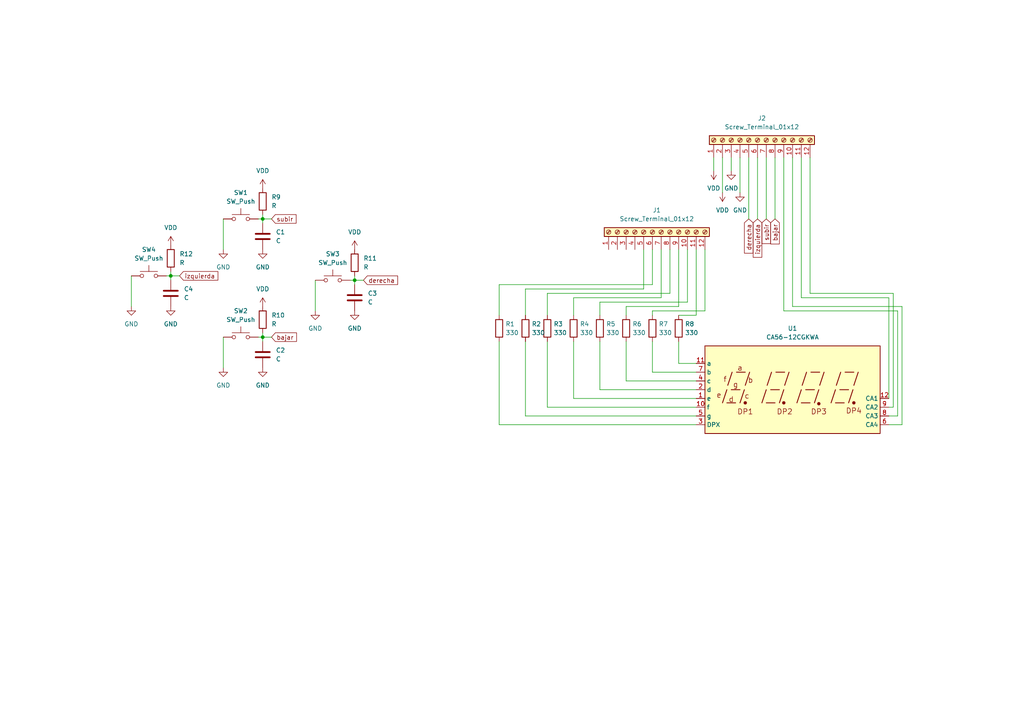
<source format=kicad_sch>
(kicad_sch (version 20230121) (generator eeschema)

  (uuid 7f98c901-a659-44c6-928c-ae60fe427fb0)

  (paper "A4")

  (lib_symbols
    (symbol "Connector:Screw_Terminal_01x12" (pin_names (offset 1.016) hide) (in_bom yes) (on_board yes)
      (property "Reference" "J" (at 0 15.24 0)
        (effects (font (size 1.27 1.27)))
      )
      (property "Value" "Screw_Terminal_01x12" (at 0 -17.78 0)
        (effects (font (size 1.27 1.27)))
      )
      (property "Footprint" "" (at 0 0 0)
        (effects (font (size 1.27 1.27)) hide)
      )
      (property "Datasheet" "~" (at 0 0 0)
        (effects (font (size 1.27 1.27)) hide)
      )
      (property "ki_keywords" "screw terminal" (at 0 0 0)
        (effects (font (size 1.27 1.27)) hide)
      )
      (property "ki_description" "Generic screw terminal, single row, 01x12, script generated (kicad-library-utils/schlib/autogen/connector/)" (at 0 0 0)
        (effects (font (size 1.27 1.27)) hide)
      )
      (property "ki_fp_filters" "TerminalBlock*:*" (at 0 0 0)
        (effects (font (size 1.27 1.27)) hide)
      )
      (symbol "Screw_Terminal_01x12_1_1"
        (rectangle (start -1.27 13.97) (end 1.27 -16.51)
          (stroke (width 0.254) (type default))
          (fill (type background))
        )
        (circle (center 0 -15.24) (radius 0.635)
          (stroke (width 0.1524) (type default))
          (fill (type none))
        )
        (circle (center 0 -12.7) (radius 0.635)
          (stroke (width 0.1524) (type default))
          (fill (type none))
        )
        (circle (center 0 -10.16) (radius 0.635)
          (stroke (width 0.1524) (type default))
          (fill (type none))
        )
        (circle (center 0 -7.62) (radius 0.635)
          (stroke (width 0.1524) (type default))
          (fill (type none))
        )
        (circle (center 0 -5.08) (radius 0.635)
          (stroke (width 0.1524) (type default))
          (fill (type none))
        )
        (circle (center 0 -2.54) (radius 0.635)
          (stroke (width 0.1524) (type default))
          (fill (type none))
        )
        (polyline
          (pts
            (xy -0.5334 -14.9098)
            (xy 0.3302 -15.748)
          )
          (stroke (width 0.1524) (type default))
          (fill (type none))
        )
        (polyline
          (pts
            (xy -0.5334 -12.3698)
            (xy 0.3302 -13.208)
          )
          (stroke (width 0.1524) (type default))
          (fill (type none))
        )
        (polyline
          (pts
            (xy -0.5334 -9.8298)
            (xy 0.3302 -10.668)
          )
          (stroke (width 0.1524) (type default))
          (fill (type none))
        )
        (polyline
          (pts
            (xy -0.5334 -7.2898)
            (xy 0.3302 -8.128)
          )
          (stroke (width 0.1524) (type default))
          (fill (type none))
        )
        (polyline
          (pts
            (xy -0.5334 -4.7498)
            (xy 0.3302 -5.588)
          )
          (stroke (width 0.1524) (type default))
          (fill (type none))
        )
        (polyline
          (pts
            (xy -0.5334 -2.2098)
            (xy 0.3302 -3.048)
          )
          (stroke (width 0.1524) (type default))
          (fill (type none))
        )
        (polyline
          (pts
            (xy -0.5334 0.3302)
            (xy 0.3302 -0.508)
          )
          (stroke (width 0.1524) (type default))
          (fill (type none))
        )
        (polyline
          (pts
            (xy -0.5334 2.8702)
            (xy 0.3302 2.032)
          )
          (stroke (width 0.1524) (type default))
          (fill (type none))
        )
        (polyline
          (pts
            (xy -0.5334 5.4102)
            (xy 0.3302 4.572)
          )
          (stroke (width 0.1524) (type default))
          (fill (type none))
        )
        (polyline
          (pts
            (xy -0.5334 7.9502)
            (xy 0.3302 7.112)
          )
          (stroke (width 0.1524) (type default))
          (fill (type none))
        )
        (polyline
          (pts
            (xy -0.5334 10.4902)
            (xy 0.3302 9.652)
          )
          (stroke (width 0.1524) (type default))
          (fill (type none))
        )
        (polyline
          (pts
            (xy -0.5334 13.0302)
            (xy 0.3302 12.192)
          )
          (stroke (width 0.1524) (type default))
          (fill (type none))
        )
        (polyline
          (pts
            (xy -0.3556 -14.732)
            (xy 0.508 -15.5702)
          )
          (stroke (width 0.1524) (type default))
          (fill (type none))
        )
        (polyline
          (pts
            (xy -0.3556 -12.192)
            (xy 0.508 -13.0302)
          )
          (stroke (width 0.1524) (type default))
          (fill (type none))
        )
        (polyline
          (pts
            (xy -0.3556 -9.652)
            (xy 0.508 -10.4902)
          )
          (stroke (width 0.1524) (type default))
          (fill (type none))
        )
        (polyline
          (pts
            (xy -0.3556 -7.112)
            (xy 0.508 -7.9502)
          )
          (stroke (width 0.1524) (type default))
          (fill (type none))
        )
        (polyline
          (pts
            (xy -0.3556 -4.572)
            (xy 0.508 -5.4102)
          )
          (stroke (width 0.1524) (type default))
          (fill (type none))
        )
        (polyline
          (pts
            (xy -0.3556 -2.032)
            (xy 0.508 -2.8702)
          )
          (stroke (width 0.1524) (type default))
          (fill (type none))
        )
        (polyline
          (pts
            (xy -0.3556 0.508)
            (xy 0.508 -0.3302)
          )
          (stroke (width 0.1524) (type default))
          (fill (type none))
        )
        (polyline
          (pts
            (xy -0.3556 3.048)
            (xy 0.508 2.2098)
          )
          (stroke (width 0.1524) (type default))
          (fill (type none))
        )
        (polyline
          (pts
            (xy -0.3556 5.588)
            (xy 0.508 4.7498)
          )
          (stroke (width 0.1524) (type default))
          (fill (type none))
        )
        (polyline
          (pts
            (xy -0.3556 8.128)
            (xy 0.508 7.2898)
          )
          (stroke (width 0.1524) (type default))
          (fill (type none))
        )
        (polyline
          (pts
            (xy -0.3556 10.668)
            (xy 0.508 9.8298)
          )
          (stroke (width 0.1524) (type default))
          (fill (type none))
        )
        (polyline
          (pts
            (xy -0.3556 13.208)
            (xy 0.508 12.3698)
          )
          (stroke (width 0.1524) (type default))
          (fill (type none))
        )
        (circle (center 0 0) (radius 0.635)
          (stroke (width 0.1524) (type default))
          (fill (type none))
        )
        (circle (center 0 2.54) (radius 0.635)
          (stroke (width 0.1524) (type default))
          (fill (type none))
        )
        (circle (center 0 5.08) (radius 0.635)
          (stroke (width 0.1524) (type default))
          (fill (type none))
        )
        (circle (center 0 7.62) (radius 0.635)
          (stroke (width 0.1524) (type default))
          (fill (type none))
        )
        (circle (center 0 10.16) (radius 0.635)
          (stroke (width 0.1524) (type default))
          (fill (type none))
        )
        (circle (center 0 12.7) (radius 0.635)
          (stroke (width 0.1524) (type default))
          (fill (type none))
        )
        (pin passive line (at -5.08 12.7 0) (length 3.81)
          (name "Pin_1" (effects (font (size 1.27 1.27))))
          (number "1" (effects (font (size 1.27 1.27))))
        )
        (pin passive line (at -5.08 -10.16 0) (length 3.81)
          (name "Pin_10" (effects (font (size 1.27 1.27))))
          (number "10" (effects (font (size 1.27 1.27))))
        )
        (pin passive line (at -5.08 -12.7 0) (length 3.81)
          (name "Pin_11" (effects (font (size 1.27 1.27))))
          (number "11" (effects (font (size 1.27 1.27))))
        )
        (pin passive line (at -5.08 -15.24 0) (length 3.81)
          (name "Pin_12" (effects (font (size 1.27 1.27))))
          (number "12" (effects (font (size 1.27 1.27))))
        )
        (pin passive line (at -5.08 10.16 0) (length 3.81)
          (name "Pin_2" (effects (font (size 1.27 1.27))))
          (number "2" (effects (font (size 1.27 1.27))))
        )
        (pin passive line (at -5.08 7.62 0) (length 3.81)
          (name "Pin_3" (effects (font (size 1.27 1.27))))
          (number "3" (effects (font (size 1.27 1.27))))
        )
        (pin passive line (at -5.08 5.08 0) (length 3.81)
          (name "Pin_4" (effects (font (size 1.27 1.27))))
          (number "4" (effects (font (size 1.27 1.27))))
        )
        (pin passive line (at -5.08 2.54 0) (length 3.81)
          (name "Pin_5" (effects (font (size 1.27 1.27))))
          (number "5" (effects (font (size 1.27 1.27))))
        )
        (pin passive line (at -5.08 0 0) (length 3.81)
          (name "Pin_6" (effects (font (size 1.27 1.27))))
          (number "6" (effects (font (size 1.27 1.27))))
        )
        (pin passive line (at -5.08 -2.54 0) (length 3.81)
          (name "Pin_7" (effects (font (size 1.27 1.27))))
          (number "7" (effects (font (size 1.27 1.27))))
        )
        (pin passive line (at -5.08 -5.08 0) (length 3.81)
          (name "Pin_8" (effects (font (size 1.27 1.27))))
          (number "8" (effects (font (size 1.27 1.27))))
        )
        (pin passive line (at -5.08 -7.62 0) (length 3.81)
          (name "Pin_9" (effects (font (size 1.27 1.27))))
          (number "9" (effects (font (size 1.27 1.27))))
        )
      )
    )
    (symbol "Device:C" (pin_numbers hide) (pin_names (offset 0.254)) (in_bom yes) (on_board yes)
      (property "Reference" "C" (at 0.635 2.54 0)
        (effects (font (size 1.27 1.27)) (justify left))
      )
      (property "Value" "C" (at 0.635 -2.54 0)
        (effects (font (size 1.27 1.27)) (justify left))
      )
      (property "Footprint" "" (at 0.9652 -3.81 0)
        (effects (font (size 1.27 1.27)) hide)
      )
      (property "Datasheet" "~" (at 0 0 0)
        (effects (font (size 1.27 1.27)) hide)
      )
      (property "ki_keywords" "cap capacitor" (at 0 0 0)
        (effects (font (size 1.27 1.27)) hide)
      )
      (property "ki_description" "Unpolarized capacitor" (at 0 0 0)
        (effects (font (size 1.27 1.27)) hide)
      )
      (property "ki_fp_filters" "C_*" (at 0 0 0)
        (effects (font (size 1.27 1.27)) hide)
      )
      (symbol "C_0_1"
        (polyline
          (pts
            (xy -2.032 -0.762)
            (xy 2.032 -0.762)
          )
          (stroke (width 0.508) (type default))
          (fill (type none))
        )
        (polyline
          (pts
            (xy -2.032 0.762)
            (xy 2.032 0.762)
          )
          (stroke (width 0.508) (type default))
          (fill (type none))
        )
      )
      (symbol "C_1_1"
        (pin passive line (at 0 3.81 270) (length 2.794)
          (name "~" (effects (font (size 1.27 1.27))))
          (number "1" (effects (font (size 1.27 1.27))))
        )
        (pin passive line (at 0 -3.81 90) (length 2.794)
          (name "~" (effects (font (size 1.27 1.27))))
          (number "2" (effects (font (size 1.27 1.27))))
        )
      )
    )
    (symbol "Device:R" (pin_numbers hide) (pin_names (offset 0)) (in_bom yes) (on_board yes)
      (property "Reference" "R" (at 2.032 0 90)
        (effects (font (size 1.27 1.27)))
      )
      (property "Value" "R" (at 0 0 90)
        (effects (font (size 1.27 1.27)))
      )
      (property "Footprint" "" (at -1.778 0 90)
        (effects (font (size 1.27 1.27)) hide)
      )
      (property "Datasheet" "~" (at 0 0 0)
        (effects (font (size 1.27 1.27)) hide)
      )
      (property "ki_keywords" "R res resistor" (at 0 0 0)
        (effects (font (size 1.27 1.27)) hide)
      )
      (property "ki_description" "Resistor" (at 0 0 0)
        (effects (font (size 1.27 1.27)) hide)
      )
      (property "ki_fp_filters" "R_*" (at 0 0 0)
        (effects (font (size 1.27 1.27)) hide)
      )
      (symbol "R_0_1"
        (rectangle (start -1.016 -2.54) (end 1.016 2.54)
          (stroke (width 0.254) (type default))
          (fill (type none))
        )
      )
      (symbol "R_1_1"
        (pin passive line (at 0 3.81 270) (length 1.27)
          (name "~" (effects (font (size 1.27 1.27))))
          (number "1" (effects (font (size 1.27 1.27))))
        )
        (pin passive line (at 0 -3.81 90) (length 1.27)
          (name "~" (effects (font (size 1.27 1.27))))
          (number "2" (effects (font (size 1.27 1.27))))
        )
      )
    )
    (symbol "Display_Character:CA56-12CGKWA" (in_bom yes) (on_board yes)
      (property "Reference" "U" (at -24.13 13.97 0)
        (effects (font (size 1.27 1.27)))
      )
      (property "Value" "CA56-12CGKWA" (at 17.78 13.97 0)
        (effects (font (size 1.27 1.27)))
      )
      (property "Footprint" "Display_7Segment:CA56-12CGKWA" (at 0 -15.24 0)
        (effects (font (size 1.27 1.27)) hide)
      )
      (property "Datasheet" "http://www.kingbright.com/attachments/file/psearch/000/00/00/CA56-12CGKWA(Ver.9A).pdf" (at -10.922 0.762 0)
        (effects (font (size 1.27 1.27)) hide)
      )
      (property "ki_keywords" "display LED" (at 0 0 0)
        (effects (font (size 1.27 1.27)) hide)
      )
      (property "ki_description" "4 digit 7 segment Green LED, common anode" (at 0 0 0)
        (effects (font (size 1.27 1.27)) hide)
      )
      (property "ki_fp_filters" "*CA56*12CGKWA*" (at 0 0 0)
        (effects (font (size 1.27 1.27)) hide)
      )
      (symbol "CA56-12CGKWA_0_0"
        (rectangle (start -25.4 12.7) (end 25.4 -12.7)
          (stroke (width 0.254) (type default))
          (fill (type background))
        )
        (polyline
          (pts
            (xy -20.32 -3.81)
            (xy -19.05 0)
          )
          (stroke (width 0.254) (type default))
          (fill (type none))
        )
        (polyline
          (pts
            (xy -19.05 -3.81)
            (xy -16.51 -3.81)
          )
          (stroke (width 0.254) (type default))
          (fill (type none))
        )
        (polyline
          (pts
            (xy -18.796 1.27)
            (xy -17.526 5.08)
          )
          (stroke (width 0.254) (type default))
          (fill (type none))
        )
        (polyline
          (pts
            (xy -17.78 0)
            (xy -15.24 0)
          )
          (stroke (width 0.254) (type default))
          (fill (type none))
        )
        (polyline
          (pts
            (xy -16.256 5.08)
            (xy -13.716 5.08)
          )
          (stroke (width 0.254) (type default))
          (fill (type none))
        )
        (polyline
          (pts
            (xy -15.24 -3.81)
            (xy -13.97 0)
          )
          (stroke (width 0.254) (type default))
          (fill (type none))
        )
        (polyline
          (pts
            (xy -13.716 1.27)
            (xy -12.446 5.08)
          )
          (stroke (width 0.254) (type default))
          (fill (type none))
        )
        (polyline
          (pts
            (xy -8.89 -3.81)
            (xy -7.62 0)
          )
          (stroke (width 0.254) (type default))
          (fill (type none))
        )
        (polyline
          (pts
            (xy -7.62 -3.81)
            (xy -5.08 -3.81)
          )
          (stroke (width 0.254) (type default))
          (fill (type none))
        )
        (polyline
          (pts
            (xy -7.366 1.27)
            (xy -6.096 5.08)
          )
          (stroke (width 0.254) (type default))
          (fill (type none))
        )
        (polyline
          (pts
            (xy -6.35 0)
            (xy -3.81 0)
          )
          (stroke (width 0.254) (type default))
          (fill (type none))
        )
        (polyline
          (pts
            (xy -4.826 5.08)
            (xy -2.286 5.08)
          )
          (stroke (width 0.254) (type default))
          (fill (type none))
        )
        (polyline
          (pts
            (xy -3.81 -3.81)
            (xy -2.54 0)
          )
          (stroke (width 0.254) (type default))
          (fill (type none))
        )
        (polyline
          (pts
            (xy -2.286 1.27)
            (xy -1.016 5.08)
          )
          (stroke (width 0.254) (type default))
          (fill (type none))
        )
        (polyline
          (pts
            (xy 1.27 -3.81)
            (xy 2.54 0)
          )
          (stroke (width 0.254) (type default))
          (fill (type none))
        )
        (polyline
          (pts
            (xy 2.54 -3.81)
            (xy 5.08 -3.81)
          )
          (stroke (width 0.254) (type default))
          (fill (type none))
        )
        (polyline
          (pts
            (xy 2.794 1.27)
            (xy 4.064 5.08)
          )
          (stroke (width 0.254) (type default))
          (fill (type none))
        )
        (polyline
          (pts
            (xy 3.81 0)
            (xy 6.35 0)
          )
          (stroke (width 0.254) (type default))
          (fill (type none))
        )
        (polyline
          (pts
            (xy 5.334 5.08)
            (xy 7.874 5.08)
          )
          (stroke (width 0.254) (type default))
          (fill (type none))
        )
        (polyline
          (pts
            (xy 6.35 -3.81)
            (xy 7.62 0)
          )
          (stroke (width 0.254) (type default))
          (fill (type none))
        )
        (polyline
          (pts
            (xy 7.874 1.27)
            (xy 9.144 5.08)
          )
          (stroke (width 0.254) (type default))
          (fill (type none))
        )
        (polyline
          (pts
            (xy 11.176 -3.81)
            (xy 12.446 0)
          )
          (stroke (width 0.254) (type default))
          (fill (type none))
        )
        (polyline
          (pts
            (xy 12.446 -3.81)
            (xy 14.986 -3.81)
          )
          (stroke (width 0.254) (type default))
          (fill (type none))
        )
        (polyline
          (pts
            (xy 12.7 1.27)
            (xy 13.97 5.08)
          )
          (stroke (width 0.254) (type default))
          (fill (type none))
        )
        (polyline
          (pts
            (xy 13.716 0)
            (xy 16.256 0)
          )
          (stroke (width 0.254) (type default))
          (fill (type none))
        )
        (polyline
          (pts
            (xy 15.24 5.08)
            (xy 17.78 5.08)
          )
          (stroke (width 0.254) (type default))
          (fill (type none))
        )
        (polyline
          (pts
            (xy 16.256 -3.81)
            (xy 17.526 0)
          )
          (stroke (width 0.254) (type default))
          (fill (type none))
        )
        (polyline
          (pts
            (xy 17.78 1.27)
            (xy 19.05 5.08)
          )
          (stroke (width 0.254) (type default))
          (fill (type none))
        )
        (text "a" (at -15.24 6.35 0)
          (effects (font (size 1.524 1.524)))
        )
        (text "b" (at -12.192 2.794 0)
          (effects (font (size 1.524 1.524)))
        )
        (text "c" (at -13.208 -1.778 0)
          (effects (font (size 1.524 1.524)))
        )
        (text "d" (at -17.78 -2.794 0)
          (effects (font (size 1.524 1.524)))
        )
        (text "DP1" (at -13.716 -6.35 0)
          (effects (font (size 1.524 1.524)))
        )
        (text "DP2" (at -2.286 -6.35 0)
          (effects (font (size 1.524 1.524)))
        )
        (text "DP3" (at 7.62 -6.35 0)
          (effects (font (size 1.524 1.524)))
        )
        (text "DP4" (at 17.78 -6.096 0)
          (effects (font (size 1.524 1.524)))
        )
        (text "e" (at -21.336 -1.524 0)
          (effects (font (size 1.524 1.524)))
        )
        (text "f" (at -19.558 3.048 0)
          (effects (font (size 1.524 1.524)))
        )
        (text "g" (at -16.51 1.524 0)
          (effects (font (size 1.524 1.524)))
        )
      )
      (symbol "CA56-12CGKWA_0_1"
        (circle (center -13.716 -3.81) (radius 0.3556)
          (stroke (width 0.254) (type default))
          (fill (type outline))
        )
        (circle (center -2.54 -3.81) (radius 0.3556)
          (stroke (width 0.254) (type default))
          (fill (type outline))
        )
      )
      (symbol "CA56-12CGKWA_1_0"
        (circle (center 7.62 -4.064) (radius 0.3556)
          (stroke (width 0.254) (type default))
          (fill (type outline))
        )
        (circle (center 17.78 -3.81) (radius 0.3556)
          (stroke (width 0.254) (type default))
          (fill (type outline))
        )
      )
      (symbol "CA56-12CGKWA_1_1"
        (pin input line (at -27.94 -2.54 0) (length 2.54)
          (name "e" (effects (font (size 1.27 1.27))))
          (number "1" (effects (font (size 1.27 1.27))))
        )
        (pin input line (at -27.94 -5.08 0) (length 2.54)
          (name "f" (effects (font (size 1.27 1.27))))
          (number "10" (effects (font (size 1.27 1.27))))
        )
        (pin input line (at -27.94 7.62 0) (length 2.54)
          (name "a" (effects (font (size 1.27 1.27))))
          (number "11" (effects (font (size 1.27 1.27))))
        )
        (pin input line (at 27.94 -2.54 180) (length 2.54)
          (name "CA1" (effects (font (size 1.27 1.27))))
          (number "12" (effects (font (size 1.27 1.27))))
        )
        (pin input line (at -27.94 0 0) (length 2.54)
          (name "d" (effects (font (size 1.27 1.27))))
          (number "2" (effects (font (size 1.27 1.27))))
        )
        (pin input line (at -27.94 -10.16 0) (length 2.54)
          (name "DPX" (effects (font (size 1.27 1.27))))
          (number "3" (effects (font (size 1.27 1.27))))
        )
        (pin input line (at -27.94 2.54 0) (length 2.54)
          (name "c" (effects (font (size 1.27 1.27))))
          (number "4" (effects (font (size 1.27 1.27))))
        )
        (pin input line (at -27.94 -7.62 0) (length 2.54)
          (name "g" (effects (font (size 1.27 1.27))))
          (number "5" (effects (font (size 1.27 1.27))))
        )
        (pin input line (at 27.94 -10.16 180) (length 2.54)
          (name "CA4" (effects (font (size 1.27 1.27))))
          (number "6" (effects (font (size 1.27 1.27))))
        )
        (pin input line (at -27.94 5.08 0) (length 2.54)
          (name "b" (effects (font (size 1.27 1.27))))
          (number "7" (effects (font (size 1.27 1.27))))
        )
        (pin input line (at 27.94 -7.62 180) (length 2.54)
          (name "CA3" (effects (font (size 1.27 1.27))))
          (number "8" (effects (font (size 1.27 1.27))))
        )
        (pin input line (at 27.94 -5.08 180) (length 2.54)
          (name "CA2" (effects (font (size 1.27 1.27))))
          (number "9" (effects (font (size 1.27 1.27))))
        )
      )
    )
    (symbol "Switch:SW_Push" (pin_numbers hide) (pin_names (offset 1.016) hide) (in_bom yes) (on_board yes)
      (property "Reference" "SW" (at 1.27 2.54 0)
        (effects (font (size 1.27 1.27)) (justify left))
      )
      (property "Value" "SW_Push" (at 0 -1.524 0)
        (effects (font (size 1.27 1.27)))
      )
      (property "Footprint" "" (at 0 5.08 0)
        (effects (font (size 1.27 1.27)) hide)
      )
      (property "Datasheet" "~" (at 0 5.08 0)
        (effects (font (size 1.27 1.27)) hide)
      )
      (property "ki_keywords" "switch normally-open pushbutton push-button" (at 0 0 0)
        (effects (font (size 1.27 1.27)) hide)
      )
      (property "ki_description" "Push button switch, generic, two pins" (at 0 0 0)
        (effects (font (size 1.27 1.27)) hide)
      )
      (symbol "SW_Push_0_1"
        (circle (center -2.032 0) (radius 0.508)
          (stroke (width 0) (type default))
          (fill (type none))
        )
        (polyline
          (pts
            (xy 0 1.27)
            (xy 0 3.048)
          )
          (stroke (width 0) (type default))
          (fill (type none))
        )
        (polyline
          (pts
            (xy 2.54 1.27)
            (xy -2.54 1.27)
          )
          (stroke (width 0) (type default))
          (fill (type none))
        )
        (circle (center 2.032 0) (radius 0.508)
          (stroke (width 0) (type default))
          (fill (type none))
        )
        (pin passive line (at -5.08 0 0) (length 2.54)
          (name "1" (effects (font (size 1.27 1.27))))
          (number "1" (effects (font (size 1.27 1.27))))
        )
        (pin passive line (at 5.08 0 180) (length 2.54)
          (name "2" (effects (font (size 1.27 1.27))))
          (number "2" (effects (font (size 1.27 1.27))))
        )
      )
    )
    (symbol "power:GND" (power) (pin_names (offset 0)) (in_bom yes) (on_board yes)
      (property "Reference" "#PWR" (at 0 -6.35 0)
        (effects (font (size 1.27 1.27)) hide)
      )
      (property "Value" "GND" (at 0 -3.81 0)
        (effects (font (size 1.27 1.27)))
      )
      (property "Footprint" "" (at 0 0 0)
        (effects (font (size 1.27 1.27)) hide)
      )
      (property "Datasheet" "" (at 0 0 0)
        (effects (font (size 1.27 1.27)) hide)
      )
      (property "ki_keywords" "global power" (at 0 0 0)
        (effects (font (size 1.27 1.27)) hide)
      )
      (property "ki_description" "Power symbol creates a global label with name \"GND\" , ground" (at 0 0 0)
        (effects (font (size 1.27 1.27)) hide)
      )
      (symbol "GND_0_1"
        (polyline
          (pts
            (xy 0 0)
            (xy 0 -1.27)
            (xy 1.27 -1.27)
            (xy 0 -2.54)
            (xy -1.27 -1.27)
            (xy 0 -1.27)
          )
          (stroke (width 0) (type default))
          (fill (type none))
        )
      )
      (symbol "GND_1_1"
        (pin power_in line (at 0 0 270) (length 0) hide
          (name "GND" (effects (font (size 1.27 1.27))))
          (number "1" (effects (font (size 1.27 1.27))))
        )
      )
    )
    (symbol "power:VDD" (power) (pin_names (offset 0)) (in_bom yes) (on_board yes)
      (property "Reference" "#PWR" (at 0 -3.81 0)
        (effects (font (size 1.27 1.27)) hide)
      )
      (property "Value" "VDD" (at 0 3.81 0)
        (effects (font (size 1.27 1.27)))
      )
      (property "Footprint" "" (at 0 0 0)
        (effects (font (size 1.27 1.27)) hide)
      )
      (property "Datasheet" "" (at 0 0 0)
        (effects (font (size 1.27 1.27)) hide)
      )
      (property "ki_keywords" "global power" (at 0 0 0)
        (effects (font (size 1.27 1.27)) hide)
      )
      (property "ki_description" "Power symbol creates a global label with name \"VDD\"" (at 0 0 0)
        (effects (font (size 1.27 1.27)) hide)
      )
      (symbol "VDD_0_1"
        (polyline
          (pts
            (xy -0.762 1.27)
            (xy 0 2.54)
          )
          (stroke (width 0) (type default))
          (fill (type none))
        )
        (polyline
          (pts
            (xy 0 0)
            (xy 0 2.54)
          )
          (stroke (width 0) (type default))
          (fill (type none))
        )
        (polyline
          (pts
            (xy 0 2.54)
            (xy 0.762 1.27)
          )
          (stroke (width 0) (type default))
          (fill (type none))
        )
      )
      (symbol "VDD_1_1"
        (pin power_in line (at 0 0 90) (length 0) hide
          (name "VDD" (effects (font (size 1.27 1.27))))
          (number "1" (effects (font (size 1.27 1.27))))
        )
      )
    )
  )

  (junction (at 102.87 81.28) (diameter 0) (color 0 0 0 0)
    (uuid 11b3841e-989e-42c0-a913-10bc93cca61b)
  )
  (junction (at 49.53 80.01) (diameter 0) (color 0 0 0 0)
    (uuid 23896894-b528-4448-89ca-009b5f9a501a)
  )
  (junction (at 76.2 63.5) (diameter 0) (color 0 0 0 0)
    (uuid 27cff0d1-93ac-4619-b65f-52ab90ca6d4a)
  )
  (junction (at 76.2 97.79) (diameter 0) (color 0 0 0 0)
    (uuid 5294cb8f-d5cd-4309-b928-6fff27d12b8f)
  )

  (wire (pts (xy 212.09 45.72) (xy 212.09 49.53))
    (stroke (width 0) (type default))
    (uuid 09c2ecc5-fe03-44a1-87a5-c5ce0c9a5d1d)
  )
  (wire (pts (xy 64.77 106.68) (xy 64.77 97.79))
    (stroke (width 0) (type default))
    (uuid 125d0805-31cf-4c0a-b3ed-4bbc465dcf46)
  )
  (wire (pts (xy 234.95 45.72) (xy 234.95 85.09))
    (stroke (width 0) (type default))
    (uuid 15cdf760-663a-4590-ac69-a774659d1d0e)
  )
  (wire (pts (xy 196.85 88.9) (xy 181.61 88.9))
    (stroke (width 0) (type default))
    (uuid 17d48685-e63d-4ec4-a4d1-1a3ed4133b11)
  )
  (wire (pts (xy 48.26 80.01) (xy 49.53 80.01))
    (stroke (width 0) (type default))
    (uuid 193528a1-e8fb-4617-b837-6fe44f097828)
  )
  (wire (pts (xy 227.33 90.17) (xy 260.35 90.17))
    (stroke (width 0) (type default))
    (uuid 19f1fa1e-2c7d-49cd-96e7-f8bed85a8f9b)
  )
  (wire (pts (xy 173.99 113.03) (xy 201.93 113.03))
    (stroke (width 0) (type default))
    (uuid 1cd7a7a5-4cc3-4861-a4a5-65f128aef1d5)
  )
  (wire (pts (xy 76.2 97.79) (xy 78.74 97.79))
    (stroke (width 0) (type default))
    (uuid 1fb34ded-136b-493f-beee-2cc0f9e42b96)
  )
  (wire (pts (xy 101.6 81.28) (xy 102.87 81.28))
    (stroke (width 0) (type default))
    (uuid 24113a79-f5c9-47ae-be23-829707796933)
  )
  (wire (pts (xy 181.61 110.49) (xy 201.93 110.49))
    (stroke (width 0) (type default))
    (uuid 28610e4b-dd2c-4317-8ff7-b553ac740550)
  )
  (wire (pts (xy 259.08 118.11) (xy 257.81 118.11))
    (stroke (width 0) (type default))
    (uuid 2bee2b9d-59b4-463f-880c-bc737abf2d35)
  )
  (wire (pts (xy 76.2 97.79) (xy 76.2 99.06))
    (stroke (width 0) (type default))
    (uuid 2e7b073b-e083-49ca-ab71-24441403544c)
  )
  (wire (pts (xy 194.31 72.39) (xy 194.31 85.09))
    (stroke (width 0) (type default))
    (uuid 33869d5a-0f3d-41e8-8204-7ab635a5e2c5)
  )
  (wire (pts (xy 257.81 115.57) (xy 257.81 86.36))
    (stroke (width 0) (type default))
    (uuid 3543311b-fae5-4ef2-afb5-44bd286e6140)
  )
  (wire (pts (xy 74.93 63.5) (xy 76.2 63.5))
    (stroke (width 0) (type default))
    (uuid 36229c18-def7-458b-b5cc-47a46a8eb38d)
  )
  (wire (pts (xy 227.33 45.72) (xy 227.33 90.17))
    (stroke (width 0) (type default))
    (uuid 38731edc-9bc4-4a70-bef5-7720834ae764)
  )
  (wire (pts (xy 158.75 99.06) (xy 158.75 118.11))
    (stroke (width 0) (type default))
    (uuid 3be75be6-a53d-4df9-b633-c16ae0ce1c87)
  )
  (wire (pts (xy 191.77 72.39) (xy 191.77 86.36))
    (stroke (width 0) (type default))
    (uuid 3d0b090b-6954-45c0-9e7a-d69ba8f23ef6)
  )
  (wire (pts (xy 194.31 85.09) (xy 158.75 85.09))
    (stroke (width 0) (type default))
    (uuid 410cc137-a066-4b3d-8f2a-54e00c4b3127)
  )
  (wire (pts (xy 158.75 118.11) (xy 201.93 118.11))
    (stroke (width 0) (type default))
    (uuid 43b76e5b-8e68-4e12-ba56-35ef7c10f4e9)
  )
  (wire (pts (xy 49.53 80.01) (xy 52.07 80.01))
    (stroke (width 0) (type default))
    (uuid 49f0e851-e23a-4d5d-a22c-4d47f2c24ffb)
  )
  (wire (pts (xy 219.71 45.72) (xy 219.71 63.5))
    (stroke (width 0) (type default))
    (uuid 4b5eca21-3f02-4fb7-9684-eeb13739c3bd)
  )
  (wire (pts (xy 102.87 80.01) (xy 102.87 81.28))
    (stroke (width 0) (type default))
    (uuid 4bdfa40e-ddd5-4908-a854-ac681206fc93)
  )
  (wire (pts (xy 259.08 85.09) (xy 259.08 118.11))
    (stroke (width 0) (type default))
    (uuid 4e8874f7-aa07-40a7-b5e0-aabc5a1955c7)
  )
  (wire (pts (xy 209.55 45.72) (xy 209.55 55.88))
    (stroke (width 0) (type default))
    (uuid 5232b508-3898-49c0-8750-04a26b3b06bd)
  )
  (wire (pts (xy 207.01 45.72) (xy 207.01 49.53))
    (stroke (width 0) (type default))
    (uuid 543b7358-b825-48eb-8c86-b40f5fa2513c)
  )
  (wire (pts (xy 261.62 123.19) (xy 257.81 123.19))
    (stroke (width 0) (type default))
    (uuid 554fb236-8c6f-4666-9f60-82f5b7b6df00)
  )
  (wire (pts (xy 152.4 120.65) (xy 201.93 120.65))
    (stroke (width 0) (type default))
    (uuid 59badf8d-1c75-41f8-b418-d9a9abbcdf93)
  )
  (wire (pts (xy 49.53 80.01) (xy 49.53 81.28))
    (stroke (width 0) (type default))
    (uuid 61745834-c111-4c50-a269-fc26e3ab5736)
  )
  (wire (pts (xy 217.17 45.72) (xy 217.17 63.5))
    (stroke (width 0) (type default))
    (uuid 6365e5f4-d595-4ed1-b3a2-48dfd6c3b560)
  )
  (wire (pts (xy 199.39 72.39) (xy 199.39 87.63))
    (stroke (width 0) (type default))
    (uuid 65c9578f-d2b0-431c-a777-4997a10c3f8c)
  )
  (wire (pts (xy 260.35 90.17) (xy 260.35 120.65))
    (stroke (width 0) (type default))
    (uuid 6b94bb2e-63a2-4372-a49d-26c64faa62af)
  )
  (wire (pts (xy 189.23 107.95) (xy 201.93 107.95))
    (stroke (width 0) (type default))
    (uuid 6c5b7269-da3c-4699-a8f7-3ff14f33e8ad)
  )
  (wire (pts (xy 158.75 85.09) (xy 158.75 91.44))
    (stroke (width 0) (type default))
    (uuid 6e5a5d60-fed2-4453-8b1f-b520130422a7)
  )
  (wire (pts (xy 196.85 99.06) (xy 196.85 105.41))
    (stroke (width 0) (type default))
    (uuid 7092eda3-a7a4-46d5-b9da-7fad2ecc5da5)
  )
  (wire (pts (xy 102.87 81.28) (xy 102.87 82.55))
    (stroke (width 0) (type default))
    (uuid 727da274-0ae3-48a0-98a3-836a314e6a57)
  )
  (wire (pts (xy 144.78 82.55) (xy 144.78 91.44))
    (stroke (width 0) (type default))
    (uuid 7422602b-131e-4c0c-97ed-f157b3cd4862)
  )
  (wire (pts (xy 64.77 72.39) (xy 64.77 63.5))
    (stroke (width 0) (type default))
    (uuid 7bd53a9b-3201-432d-a55d-75bb5be9e584)
  )
  (wire (pts (xy 199.39 87.63) (xy 173.99 87.63))
    (stroke (width 0) (type default))
    (uuid 82ac3555-c19f-4219-9e05-a7a1d6c7fb21)
  )
  (wire (pts (xy 196.85 105.41) (xy 201.93 105.41))
    (stroke (width 0) (type default))
    (uuid 831c1beb-6b07-41ed-8794-4c4df7ca339d)
  )
  (wire (pts (xy 191.77 86.36) (xy 166.37 86.36))
    (stroke (width 0) (type default))
    (uuid 83a121a1-e786-4d2a-b7c6-6ccad00aac12)
  )
  (wire (pts (xy 201.93 72.39) (xy 201.93 91.44))
    (stroke (width 0) (type default))
    (uuid 87b1a225-08b1-44a5-b5bf-1395d0435229)
  )
  (wire (pts (xy 201.93 91.44) (xy 196.85 91.44))
    (stroke (width 0) (type default))
    (uuid 8bdc6fff-05ec-40b0-9961-835f3127fc0b)
  )
  (wire (pts (xy 257.81 86.36) (xy 232.41 86.36))
    (stroke (width 0) (type default))
    (uuid 8ca3beb6-b2e5-40bd-ae06-7d7385495e6f)
  )
  (wire (pts (xy 181.61 88.9) (xy 181.61 91.44))
    (stroke (width 0) (type default))
    (uuid 8e6af50b-ba81-4140-a148-4cb91ee8acc3)
  )
  (wire (pts (xy 186.69 83.82) (xy 152.4 83.82))
    (stroke (width 0) (type default))
    (uuid 8f67a5f1-2bc6-4877-9aff-cb6b230668d3)
  )
  (wire (pts (xy 234.95 85.09) (xy 259.08 85.09))
    (stroke (width 0) (type default))
    (uuid 916b975e-a0a6-4cde-8c8d-8e17654b0152)
  )
  (wire (pts (xy 144.78 99.06) (xy 144.78 123.19))
    (stroke (width 0) (type default))
    (uuid 91b5f3dc-148d-400a-8d8c-ec9c1f1530cf)
  )
  (wire (pts (xy 49.53 78.74) (xy 49.53 80.01))
    (stroke (width 0) (type default))
    (uuid 91f48506-9659-4b7b-ae24-3e24151f67cf)
  )
  (wire (pts (xy 181.61 99.06) (xy 181.61 110.49))
    (stroke (width 0) (type default))
    (uuid 92ae568f-4d20-4e60-b59a-0cf55e8dc5be)
  )
  (wire (pts (xy 204.47 90.17) (xy 189.23 90.17))
    (stroke (width 0) (type default))
    (uuid 96eeab86-15e1-4850-bfc7-b864df036490)
  )
  (wire (pts (xy 222.25 45.72) (xy 222.25 63.5))
    (stroke (width 0) (type default))
    (uuid 9a0b2f14-ae32-4dc9-9048-8a5bebdfbc75)
  )
  (wire (pts (xy 232.41 86.36) (xy 232.41 45.72))
    (stroke (width 0) (type default))
    (uuid 9a23d670-15fd-4c65-9a28-867af4c4f30e)
  )
  (wire (pts (xy 224.79 45.72) (xy 224.79 63.5))
    (stroke (width 0) (type default))
    (uuid 9ab1793e-440f-457c-98f9-5aa2fba5f7ab)
  )
  (wire (pts (xy 76.2 63.5) (xy 76.2 64.77))
    (stroke (width 0) (type default))
    (uuid 9dc73af8-f0f7-4fac-9079-9621bff58dd3)
  )
  (wire (pts (xy 229.87 45.72) (xy 229.87 88.9))
    (stroke (width 0) (type default))
    (uuid a55d1c3b-abdd-473b-8579-69f2edf2e38b)
  )
  (wire (pts (xy 196.85 72.39) (xy 196.85 88.9))
    (stroke (width 0) (type default))
    (uuid a7822fb0-469d-43a2-8638-639081e8dce8)
  )
  (wire (pts (xy 152.4 99.06) (xy 152.4 120.65))
    (stroke (width 0) (type default))
    (uuid b30125a4-ec5a-4963-88ad-05f665a4e0b0)
  )
  (wire (pts (xy 186.69 72.39) (xy 186.69 83.82))
    (stroke (width 0) (type default))
    (uuid b5ef8d90-b14e-44bc-bd2b-16fcc15cec90)
  )
  (wire (pts (xy 76.2 96.52) (xy 76.2 97.79))
    (stroke (width 0) (type default))
    (uuid bcc1a41e-c39f-41eb-a299-34742411b0e7)
  )
  (wire (pts (xy 204.47 72.39) (xy 204.47 90.17))
    (stroke (width 0) (type default))
    (uuid bd5279f6-47c1-4e76-b88b-2ce81962974a)
  )
  (wire (pts (xy 38.1 88.9) (xy 38.1 80.01))
    (stroke (width 0) (type default))
    (uuid be1ddbda-efe1-43bd-b66d-7ab2bb6cf825)
  )
  (wire (pts (xy 229.87 88.9) (xy 261.62 88.9))
    (stroke (width 0) (type default))
    (uuid c036f543-910b-4ee2-896d-e03049cabec9)
  )
  (wire (pts (xy 189.23 99.06) (xy 189.23 107.95))
    (stroke (width 0) (type default))
    (uuid c08d2903-c245-4dc4-b306-41a13bc8646a)
  )
  (wire (pts (xy 76.2 62.23) (xy 76.2 63.5))
    (stroke (width 0) (type default))
    (uuid c3428476-eccd-405e-8d39-fad72b914345)
  )
  (wire (pts (xy 166.37 86.36) (xy 166.37 91.44))
    (stroke (width 0) (type default))
    (uuid cdb4a3a3-f831-4b95-bf60-b434f92f4d1a)
  )
  (wire (pts (xy 144.78 123.19) (xy 201.93 123.19))
    (stroke (width 0) (type default))
    (uuid cef9c0a9-7ec3-42a5-8af0-45ef2e9b0e1f)
  )
  (wire (pts (xy 74.93 97.79) (xy 76.2 97.79))
    (stroke (width 0) (type default))
    (uuid d1a901d3-96b3-4259-9a6b-22e050b7e2e5)
  )
  (wire (pts (xy 189.23 90.17) (xy 189.23 91.44))
    (stroke (width 0) (type default))
    (uuid d4adbd7c-e433-4c77-b1f2-e499bae4440c)
  )
  (wire (pts (xy 173.99 99.06) (xy 173.99 113.03))
    (stroke (width 0) (type default))
    (uuid e090461f-5f02-4fa5-bc76-d2db46492ec6)
  )
  (wire (pts (xy 166.37 115.57) (xy 201.93 115.57))
    (stroke (width 0) (type default))
    (uuid e30ac020-aa6a-42a8-b4d5-6eaf6b8c3252)
  )
  (wire (pts (xy 189.23 82.55) (xy 144.78 82.55))
    (stroke (width 0) (type default))
    (uuid e864a0d9-c93d-4545-8404-9ee97e2b66ea)
  )
  (wire (pts (xy 91.44 90.17) (xy 91.44 81.28))
    (stroke (width 0) (type default))
    (uuid e9514a4c-1df3-4d23-8432-cd5eb0b85c93)
  )
  (wire (pts (xy 261.62 88.9) (xy 261.62 123.19))
    (stroke (width 0) (type default))
    (uuid ead242ce-93fc-4cce-a67e-e8b89f6d76e7)
  )
  (wire (pts (xy 102.87 81.28) (xy 105.41 81.28))
    (stroke (width 0) (type default))
    (uuid eb805400-d912-4fbe-8da4-764b8b902f8b)
  )
  (wire (pts (xy 76.2 63.5) (xy 78.74 63.5))
    (stroke (width 0) (type default))
    (uuid ef3d3ba0-353b-4188-9e73-574d7e6bee7e)
  )
  (wire (pts (xy 166.37 99.06) (xy 166.37 115.57))
    (stroke (width 0) (type default))
    (uuid f30a7f20-742f-4472-99a6-38f3a963ffd6)
  )
  (wire (pts (xy 214.63 45.72) (xy 214.63 55.88))
    (stroke (width 0) (type default))
    (uuid f367feb7-07bc-4131-a9c6-c5bb238c7b42)
  )
  (wire (pts (xy 189.23 72.39) (xy 189.23 82.55))
    (stroke (width 0) (type default))
    (uuid f50dea04-faa4-45b0-bf3a-fa6cfe444948)
  )
  (wire (pts (xy 173.99 87.63) (xy 173.99 91.44))
    (stroke (width 0) (type default))
    (uuid f6e6abe2-3fcd-420e-9b1d-946e541d8ef3)
  )
  (wire (pts (xy 152.4 83.82) (xy 152.4 91.44))
    (stroke (width 0) (type default))
    (uuid fd2b812c-2038-4aa1-9a78-ffdc97033e0d)
  )
  (wire (pts (xy 260.35 120.65) (xy 257.81 120.65))
    (stroke (width 0) (type default))
    (uuid fd4ac5ac-e479-4966-97c6-33d1fe620746)
  )

  (global_label "izquierda" (shape input) (at 52.07 80.01 0) (fields_autoplaced)
    (effects (font (size 1.27 1.27)) (justify left))
    (uuid 4288906d-10e7-44bf-989f-333deffe6032)
    (property "Intersheetrefs" "${INTERSHEET_REFS}" (at 63.6843 80.01 0)
      (effects (font (size 1.27 1.27)) (justify left) hide)
    )
  )
  (global_label "derecha" (shape input) (at 217.17 63.5 270) (fields_autoplaced)
    (effects (font (size 1.27 1.27)) (justify right))
    (uuid 71c52726-537a-4667-b0ba-57ef6d3c2ef9)
    (property "Intersheetrefs" "${INTERSHEET_REFS}" (at 217.17 73.9048 90)
      (effects (font (size 1.27 1.27)) (justify right) hide)
    )
  )
  (global_label "bajar" (shape input) (at 224.79 63.5 270) (fields_autoplaced)
    (effects (font (size 1.27 1.27)) (justify right))
    (uuid 71f46fa0-9ea6-49ea-a9cf-017f8a064e96)
    (property "Intersheetrefs" "${INTERSHEET_REFS}" (at 224.79 71.2438 90)
      (effects (font (size 1.27 1.27)) (justify right) hide)
    )
  )
  (global_label "izquierda" (shape input) (at 219.71 63.5 270) (fields_autoplaced)
    (effects (font (size 1.27 1.27)) (justify right))
    (uuid 81d29aa7-c118-44de-92a4-5e73c22c3dd1)
    (property "Intersheetrefs" "${INTERSHEET_REFS}" (at 219.71 75.1143 90)
      (effects (font (size 1.27 1.27)) (justify right) hide)
    )
  )
  (global_label "bajar" (shape input) (at 78.74 97.79 0) (fields_autoplaced)
    (effects (font (size 1.27 1.27)) (justify left))
    (uuid 9c8473fa-b26f-4610-87b8-d35fa632dd90)
    (property "Intersheetrefs" "${INTERSHEET_REFS}" (at 86.4838 97.79 0)
      (effects (font (size 1.27 1.27)) (justify left) hide)
    )
  )
  (global_label "derecha" (shape input) (at 105.41 81.28 0) (fields_autoplaced)
    (effects (font (size 1.27 1.27)) (justify left))
    (uuid e1a3fc20-6179-459d-8797-3e44d8bb1c24)
    (property "Intersheetrefs" "${INTERSHEET_REFS}" (at 115.8148 81.28 0)
      (effects (font (size 1.27 1.27)) (justify left) hide)
    )
  )
  (global_label "subir" (shape input) (at 78.74 63.5 0) (fields_autoplaced)
    (effects (font (size 1.27 1.27)) (justify left))
    (uuid edc82568-00e8-4f74-8dcc-731ecc44391c)
    (property "Intersheetrefs" "${INTERSHEET_REFS}" (at 86.3629 63.5 0)
      (effects (font (size 1.27 1.27)) (justify left) hide)
    )
  )
  (global_label "subir" (shape input) (at 222.25 63.5 270) (fields_autoplaced)
    (effects (font (size 1.27 1.27)) (justify right))
    (uuid fe9aba79-7dcc-4d69-bbce-d5113749aaac)
    (property "Intersheetrefs" "${INTERSHEET_REFS}" (at 222.25 71.1229 90)
      (effects (font (size 1.27 1.27)) (justify right) hide)
    )
  )

  (symbol (lib_id "Device:C") (at 49.53 85.09 0) (unit 1)
    (in_bom yes) (on_board yes) (dnp no) (fields_autoplaced)
    (uuid 01616c3c-f82c-4a50-8a78-236d9162e6b6)
    (property "Reference" "C4" (at 53.34 83.82 0)
      (effects (font (size 1.27 1.27)) (justify left))
    )
    (property "Value" "C" (at 53.34 86.36 0)
      (effects (font (size 1.27 1.27)) (justify left))
    )
    (property "Footprint" "Capacitor_THT:C_Disc_D5.0mm_W2.5mm_P5.00mm" (at 50.4952 88.9 0)
      (effects (font (size 1.27 1.27)) hide)
    )
    (property "Datasheet" "~" (at 49.53 85.09 0)
      (effects (font (size 1.27 1.27)) hide)
    )
    (pin "1" (uuid 20bce276-a811-4094-8fa5-923cb166fd3b))
    (pin "2" (uuid b428141f-5ca5-402d-b354-cd100d418688))
    (instances
      (project "display & push"
        (path "/7f98c901-a659-44c6-928c-ae60fe427fb0"
          (reference "C4") (unit 1)
        )
      )
    )
  )

  (symbol (lib_id "power:VDD") (at 76.2 54.61 0) (unit 1)
    (in_bom yes) (on_board yes) (dnp no) (fields_autoplaced)
    (uuid 03d7b375-9203-4c2a-adb9-173630b70826)
    (property "Reference" "#PWR07" (at 76.2 58.42 0)
      (effects (font (size 1.27 1.27)) hide)
    )
    (property "Value" "VDD" (at 76.2 49.53 0)
      (effects (font (size 1.27 1.27)))
    )
    (property "Footprint" "" (at 76.2 54.61 0)
      (effects (font (size 1.27 1.27)) hide)
    )
    (property "Datasheet" "" (at 76.2 54.61 0)
      (effects (font (size 1.27 1.27)) hide)
    )
    (pin "1" (uuid 924e11ef-48c9-423b-b841-9276b7c871a7))
    (instances
      (project "display & push"
        (path "/7f98c901-a659-44c6-928c-ae60fe427fb0"
          (reference "#PWR07") (unit 1)
        )
      )
    )
  )

  (symbol (lib_id "Device:R") (at 152.4 95.25 0) (unit 1)
    (in_bom yes) (on_board yes) (dnp no) (fields_autoplaced)
    (uuid 1829edf6-92c7-4787-bd03-b9014effb064)
    (property "Reference" "R2" (at 154.2288 93.9799 0)
      (effects (font (size 1.27 1.27)) (justify left))
    )
    (property "Value" "330" (at 154.2288 96.5199 0)
      (effects (font (size 1.27 1.27)) (justify left))
    )
    (property "Footprint" "Resistor_SMD:R_0805_2012Metric" (at 150.622 95.25 90)
      (effects (font (size 1.27 1.27)) hide)
    )
    (property "Datasheet" "~" (at 152.4 95.25 0)
      (effects (font (size 1.27 1.27)) hide)
    )
    (pin "1" (uuid f8b916a9-e149-410a-993d-2c1cb245e06c))
    (pin "2" (uuid d24ff452-53d5-4dc2-98e7-de32fae165c9))
    (instances
      (project "display"
        (path "/1fc1abb8-fa8e-4873-80a4-e36f8ce2bd64"
          (reference "R2") (unit 1)
        )
      )
      (project "display mas pequeño"
        (path "/2e71250d-fcf1-4dbd-8c1b-8bc2af31e02c"
          (reference "R2") (unit 1)
        )
      )
      (project "display & push"
        (path "/7f98c901-a659-44c6-928c-ae60fe427fb0"
          (reference "R2") (unit 1)
        )
      )
      (project "DIAPLAY  7 SEG x 4"
        (path "/df028a64-f125-4cb0-83a0-1f1ac6ddfd8a"
          (reference "R2") (unit 1)
        )
      )
      (project "display2"
        (path "/f6790d9f-339f-4e26-9927-d4d2b39e6080"
          (reference "R6") (unit 1)
        )
      )
      (project "kit de programacion"
        (path "/fbbd4f5d-d870-4610-a35c-5b0d42c79308/3d6eecbd-ceee-4ce4-a4e6-7e8cbbff291f"
          (reference "R2") (unit 1)
        )
      )
    )
  )

  (symbol (lib_id "power:VDD") (at 102.87 72.39 0) (unit 1)
    (in_bom yes) (on_board yes) (dnp no) (fields_autoplaced)
    (uuid 1a78ddf0-3efe-4f44-9b14-66eb583ee8b2)
    (property "Reference" "#PWR012" (at 102.87 76.2 0)
      (effects (font (size 1.27 1.27)) hide)
    )
    (property "Value" "VDD" (at 102.87 67.31 0)
      (effects (font (size 1.27 1.27)))
    )
    (property "Footprint" "" (at 102.87 72.39 0)
      (effects (font (size 1.27 1.27)) hide)
    )
    (property "Datasheet" "" (at 102.87 72.39 0)
      (effects (font (size 1.27 1.27)) hide)
    )
    (pin "1" (uuid 5693b37c-4b28-4cc9-94dc-eaf70cf3f6f2))
    (instances
      (project "display & push"
        (path "/7f98c901-a659-44c6-928c-ae60fe427fb0"
          (reference "#PWR012") (unit 1)
        )
      )
    )
  )

  (symbol (lib_id "power:VDD") (at 76.2 88.9 0) (unit 1)
    (in_bom yes) (on_board yes) (dnp no) (fields_autoplaced)
    (uuid 2a26615d-5970-4caa-8bc1-d67d1a13c4d6)
    (property "Reference" "#PWR09" (at 76.2 92.71 0)
      (effects (font (size 1.27 1.27)) hide)
    )
    (property "Value" "VDD" (at 76.2 83.82 0)
      (effects (font (size 1.27 1.27)))
    )
    (property "Footprint" "" (at 76.2 88.9 0)
      (effects (font (size 1.27 1.27)) hide)
    )
    (property "Datasheet" "" (at 76.2 88.9 0)
      (effects (font (size 1.27 1.27)) hide)
    )
    (pin "1" (uuid 5f3c005a-f484-4e14-b4b5-dc4ef758fc3a))
    (instances
      (project "display & push"
        (path "/7f98c901-a659-44c6-928c-ae60fe427fb0"
          (reference "#PWR09") (unit 1)
        )
      )
    )
  )

  (symbol (lib_id "power:VDD") (at 209.55 55.88 180) (unit 1)
    (in_bom yes) (on_board yes) (dnp no) (fields_autoplaced)
    (uuid 34b5da1c-d16c-40c6-bf1d-0436128718c0)
    (property "Reference" "#PWR01" (at 209.55 52.07 0)
      (effects (font (size 1.27 1.27)) hide)
    )
    (property "Value" "VDD" (at 209.55 60.96 0)
      (effects (font (size 1.27 1.27)))
    )
    (property "Footprint" "" (at 209.55 55.88 0)
      (effects (font (size 1.27 1.27)) hide)
    )
    (property "Datasheet" "" (at 209.55 55.88 0)
      (effects (font (size 1.27 1.27)) hide)
    )
    (pin "1" (uuid 784f5a76-1911-4229-b8d6-acde2f45dd59))
    (instances
      (project "display & push"
        (path "/7f98c901-a659-44c6-928c-ae60fe427fb0"
          (reference "#PWR01") (unit 1)
        )
      )
    )
  )

  (symbol (lib_id "power:GND") (at 91.44 90.17 0) (unit 1)
    (in_bom yes) (on_board yes) (dnp no) (fields_autoplaced)
    (uuid 34f747fe-6798-482a-8cfa-74bacc5e9ff0)
    (property "Reference" "#PWR011" (at 91.44 96.52 0)
      (effects (font (size 1.27 1.27)) hide)
    )
    (property "Value" "GND" (at 91.44 95.25 0)
      (effects (font (size 1.27 1.27)))
    )
    (property "Footprint" "" (at 91.44 90.17 0)
      (effects (font (size 1.27 1.27)) hide)
    )
    (property "Datasheet" "" (at 91.44 90.17 0)
      (effects (font (size 1.27 1.27)) hide)
    )
    (pin "1" (uuid 4b4bc644-d92c-42b5-b8a3-07ac0e085d4f))
    (instances
      (project "display & push"
        (path "/7f98c901-a659-44c6-928c-ae60fe427fb0"
          (reference "#PWR011") (unit 1)
        )
      )
    )
  )

  (symbol (lib_id "Switch:SW_Push") (at 69.85 63.5 0) (unit 1)
    (in_bom yes) (on_board yes) (dnp no) (fields_autoplaced)
    (uuid 38bb3033-1cf0-43e0-8063-7ff9fcd41fef)
    (property "Reference" "SW1" (at 69.85 55.88 0)
      (effects (font (size 1.27 1.27)))
    )
    (property "Value" "SW_Push" (at 69.85 58.42 0)
      (effects (font (size 1.27 1.27)))
    )
    (property "Footprint" "Button_Switch_THT:SW_PUSH_6mm" (at 69.85 58.42 0)
      (effects (font (size 1.27 1.27)) hide)
    )
    (property "Datasheet" "~" (at 69.85 58.42 0)
      (effects (font (size 1.27 1.27)) hide)
    )
    (pin "1" (uuid 374a3806-0d67-485a-9746-7803f211df03))
    (pin "2" (uuid 4c9dd03e-9b77-4f69-a8fc-cb6b70d8f9d2))
    (instances
      (project "display & push"
        (path "/7f98c901-a659-44c6-928c-ae60fe427fb0"
          (reference "SW1") (unit 1)
        )
      )
    )
  )

  (symbol (lib_id "Switch:SW_Push") (at 43.18 80.01 0) (unit 1)
    (in_bom yes) (on_board yes) (dnp no) (fields_autoplaced)
    (uuid 3e2c84c1-d91f-4d5f-ae2b-0c1fae269214)
    (property "Reference" "SW4" (at 43.18 72.39 0)
      (effects (font (size 1.27 1.27)))
    )
    (property "Value" "SW_Push" (at 43.18 74.93 0)
      (effects (font (size 1.27 1.27)))
    )
    (property "Footprint" "Button_Switch_THT:SW_PUSH_6mm" (at 43.18 74.93 0)
      (effects (font (size 1.27 1.27)) hide)
    )
    (property "Datasheet" "~" (at 43.18 74.93 0)
      (effects (font (size 1.27 1.27)) hide)
    )
    (pin "1" (uuid eeb3637f-51bf-4a23-be96-05b846f307c0))
    (pin "2" (uuid 8a7cd5ef-8804-4540-bd51-70627ea556ea))
    (instances
      (project "display & push"
        (path "/7f98c901-a659-44c6-928c-ae60fe427fb0"
          (reference "SW4") (unit 1)
        )
      )
    )
  )

  (symbol (lib_id "Device:R") (at 102.87 76.2 0) (unit 1)
    (in_bom yes) (on_board yes) (dnp no) (fields_autoplaced)
    (uuid 417fd570-12c2-4656-9e55-d8a40143e7a2)
    (property "Reference" "R11" (at 105.41 74.93 0)
      (effects (font (size 1.27 1.27)) (justify left))
    )
    (property "Value" "R" (at 105.41 77.47 0)
      (effects (font (size 1.27 1.27)) (justify left))
    )
    (property "Footprint" "Resistor_SMD:R_0805_2012Metric" (at 101.092 76.2 90)
      (effects (font (size 1.27 1.27)) hide)
    )
    (property "Datasheet" "~" (at 102.87 76.2 0)
      (effects (font (size 1.27 1.27)) hide)
    )
    (pin "1" (uuid f85da6ba-ef8f-402f-b4a2-ea2c09b2b423))
    (pin "2" (uuid 5974e0c5-cc52-4d07-be6b-4dbc35026457))
    (instances
      (project "display & push"
        (path "/7f98c901-a659-44c6-928c-ae60fe427fb0"
          (reference "R11") (unit 1)
        )
      )
    )
  )

  (symbol (lib_id "Device:C") (at 76.2 102.87 0) (unit 1)
    (in_bom yes) (on_board yes) (dnp no) (fields_autoplaced)
    (uuid 5064f07f-dded-4211-b826-7ae415561c3c)
    (property "Reference" "C2" (at 80.01 101.6 0)
      (effects (font (size 1.27 1.27)) (justify left))
    )
    (property "Value" "C" (at 80.01 104.14 0)
      (effects (font (size 1.27 1.27)) (justify left))
    )
    (property "Footprint" "Capacitor_THT:C_Disc_D5.0mm_W2.5mm_P5.00mm" (at 77.1652 106.68 0)
      (effects (font (size 1.27 1.27)) hide)
    )
    (property "Datasheet" "~" (at 76.2 102.87 0)
      (effects (font (size 1.27 1.27)) hide)
    )
    (pin "1" (uuid 9d2f7a44-bb9c-4f9e-a671-8f410271787b))
    (pin "2" (uuid a07ef6e3-15bf-44b2-a564-b0d1b67c134e))
    (instances
      (project "display & push"
        (path "/7f98c901-a659-44c6-928c-ae60fe427fb0"
          (reference "C2") (unit 1)
        )
      )
    )
  )

  (symbol (lib_id "power:GND") (at 214.63 55.88 0) (unit 1)
    (in_bom yes) (on_board yes) (dnp no) (fields_autoplaced)
    (uuid 5332b25e-d230-41f6-b7b7-a2393cda6541)
    (property "Reference" "#PWR03" (at 214.63 62.23 0)
      (effects (font (size 1.27 1.27)) hide)
    )
    (property "Value" "GND" (at 214.63 60.96 0)
      (effects (font (size 1.27 1.27)))
    )
    (property "Footprint" "" (at 214.63 55.88 0)
      (effects (font (size 1.27 1.27)) hide)
    )
    (property "Datasheet" "" (at 214.63 55.88 0)
      (effects (font (size 1.27 1.27)) hide)
    )
    (pin "1" (uuid d009ef51-2d3b-4206-a0ac-7c27d1013803))
    (instances
      (project "display & push"
        (path "/7f98c901-a659-44c6-928c-ae60fe427fb0"
          (reference "#PWR03") (unit 1)
        )
      )
    )
  )

  (symbol (lib_id "Connector:Screw_Terminal_01x12") (at 189.23 67.31 90) (unit 1)
    (in_bom yes) (on_board yes) (dnp no) (fields_autoplaced)
    (uuid 61d14a5d-71c4-4d62-8646-b2da82b7b97c)
    (property "Reference" "J1" (at 190.5 60.96 90)
      (effects (font (size 1.27 1.27)))
    )
    (property "Value" "Screw_Terminal_01x12" (at 190.5 63.5 90)
      (effects (font (size 1.27 1.27)))
    )
    (property "Footprint" "Connector_PinHeader_2.54mm:PinHeader_2x06_P2.54mm_Vertical" (at 189.23 67.31 0)
      (effects (font (size 1.27 1.27)) hide)
    )
    (property "Datasheet" "~" (at 189.23 67.31 0)
      (effects (font (size 1.27 1.27)) hide)
    )
    (pin "1" (uuid 6b5e5ece-aaea-4698-a46a-23a6dc37aecf))
    (pin "10" (uuid 97a9fe7f-7d54-49e0-8e83-5d683a5517d4))
    (pin "11" (uuid 5f6b2b64-7c20-48ee-91a4-85fdfaaf6a86))
    (pin "12" (uuid b8fe4e98-02a3-4a45-b653-5ad8608ca01e))
    (pin "2" (uuid 888c1a9c-d4a6-4a34-862c-513ce4be0131))
    (pin "3" (uuid 3056647b-a1ff-4df3-ae3f-11344d859533))
    (pin "4" (uuid 8bfd39cc-ce05-400f-9f76-0d39740e266c))
    (pin "5" (uuid 1d171f6c-e861-47e4-ab8c-c5d37f525d16))
    (pin "6" (uuid 6064d474-48cc-4e37-bbc7-54d02ffc22cb))
    (pin "7" (uuid 0c04de07-b46f-405a-a56f-3d9786b5394f))
    (pin "8" (uuid 4a811794-ac11-4c36-a18b-08c6f7b32660))
    (pin "9" (uuid b8ba3650-9ffa-4526-916b-5b790f9c45d8))
    (instances
      (project "display & push"
        (path "/7f98c901-a659-44c6-928c-ae60fe427fb0"
          (reference "J1") (unit 1)
        )
      )
    )
  )

  (symbol (lib_id "power:VDD") (at 207.01 49.53 180) (unit 1)
    (in_bom yes) (on_board yes) (dnp no) (fields_autoplaced)
    (uuid 678995ef-35e8-448a-9105-d616f0a74740)
    (property "Reference" "#PWR02" (at 207.01 45.72 0)
      (effects (font (size 1.27 1.27)) hide)
    )
    (property "Value" "VDD" (at 207.01 54.61 0)
      (effects (font (size 1.27 1.27)))
    )
    (property "Footprint" "" (at 207.01 49.53 0)
      (effects (font (size 1.27 1.27)) hide)
    )
    (property "Datasheet" "" (at 207.01 49.53 0)
      (effects (font (size 1.27 1.27)) hide)
    )
    (pin "1" (uuid 71c3de2b-0adb-459d-bbbf-119c8933db2d))
    (instances
      (project "display & push"
        (path "/7f98c901-a659-44c6-928c-ae60fe427fb0"
          (reference "#PWR02") (unit 1)
        )
      )
    )
  )

  (symbol (lib_id "Device:R") (at 76.2 92.71 0) (unit 1)
    (in_bom yes) (on_board yes) (dnp no) (fields_autoplaced)
    (uuid 6df989bd-4ad0-488b-98f1-b7290542942e)
    (property "Reference" "R10" (at 78.74 91.44 0)
      (effects (font (size 1.27 1.27)) (justify left))
    )
    (property "Value" "R" (at 78.74 93.98 0)
      (effects (font (size 1.27 1.27)) (justify left))
    )
    (property "Footprint" "Resistor_SMD:R_0805_2012Metric" (at 74.422 92.71 90)
      (effects (font (size 1.27 1.27)) hide)
    )
    (property "Datasheet" "~" (at 76.2 92.71 0)
      (effects (font (size 1.27 1.27)) hide)
    )
    (pin "1" (uuid ff6fc9d3-6025-4cb0-befa-34900c6cb87d))
    (pin "2" (uuid 37789ed9-7722-483b-ad41-3e5175101938))
    (instances
      (project "display & push"
        (path "/7f98c901-a659-44c6-928c-ae60fe427fb0"
          (reference "R10") (unit 1)
        )
      )
    )
  )

  (symbol (lib_id "power:GND") (at 212.09 49.53 0) (unit 1)
    (in_bom yes) (on_board yes) (dnp no) (fields_autoplaced)
    (uuid 6e576883-8cb7-4793-bdcf-ea0ef34a9167)
    (property "Reference" "#PWR04" (at 212.09 55.88 0)
      (effects (font (size 1.27 1.27)) hide)
    )
    (property "Value" "GND" (at 212.09 54.61 0)
      (effects (font (size 1.27 1.27)))
    )
    (property "Footprint" "" (at 212.09 49.53 0)
      (effects (font (size 1.27 1.27)) hide)
    )
    (property "Datasheet" "" (at 212.09 49.53 0)
      (effects (font (size 1.27 1.27)) hide)
    )
    (pin "1" (uuid 367cadde-a5f1-4633-8fbe-354be243603a))
    (instances
      (project "display & push"
        (path "/7f98c901-a659-44c6-928c-ae60fe427fb0"
          (reference "#PWR04") (unit 1)
        )
      )
    )
  )

  (symbol (lib_id "power:GND") (at 64.77 106.68 0) (unit 1)
    (in_bom yes) (on_board yes) (dnp no) (fields_autoplaced)
    (uuid 7172ce8c-5b02-4594-8743-2d0038934ac2)
    (property "Reference" "#PWR08" (at 64.77 113.03 0)
      (effects (font (size 1.27 1.27)) hide)
    )
    (property "Value" "GND" (at 64.77 111.76 0)
      (effects (font (size 1.27 1.27)))
    )
    (property "Footprint" "" (at 64.77 106.68 0)
      (effects (font (size 1.27 1.27)) hide)
    )
    (property "Datasheet" "" (at 64.77 106.68 0)
      (effects (font (size 1.27 1.27)) hide)
    )
    (pin "1" (uuid 2e64e379-5d15-45c3-afe2-e5859d64a1c1))
    (instances
      (project "display & push"
        (path "/7f98c901-a659-44c6-928c-ae60fe427fb0"
          (reference "#PWR08") (unit 1)
        )
      )
    )
  )

  (symbol (lib_id "power:GND") (at 102.87 90.17 0) (unit 1)
    (in_bom yes) (on_board yes) (dnp no) (fields_autoplaced)
    (uuid 74f9b791-454b-48a0-be49-f8ffbd150bef)
    (property "Reference" "#PWR013" (at 102.87 96.52 0)
      (effects (font (size 1.27 1.27)) hide)
    )
    (property "Value" "GND" (at 102.87 95.25 0)
      (effects (font (size 1.27 1.27)))
    )
    (property "Footprint" "" (at 102.87 90.17 0)
      (effects (font (size 1.27 1.27)) hide)
    )
    (property "Datasheet" "" (at 102.87 90.17 0)
      (effects (font (size 1.27 1.27)) hide)
    )
    (pin "1" (uuid fabd5d48-fcff-4286-9976-32135729b101))
    (instances
      (project "display & push"
        (path "/7f98c901-a659-44c6-928c-ae60fe427fb0"
          (reference "#PWR013") (unit 1)
        )
      )
    )
  )

  (symbol (lib_id "Device:C") (at 102.87 86.36 0) (unit 1)
    (in_bom yes) (on_board yes) (dnp no) (fields_autoplaced)
    (uuid 78146d8c-f206-4172-af82-dbc2add553e6)
    (property "Reference" "C3" (at 106.68 85.09 0)
      (effects (font (size 1.27 1.27)) (justify left))
    )
    (property "Value" "C" (at 106.68 87.63 0)
      (effects (font (size 1.27 1.27)) (justify left))
    )
    (property "Footprint" "Capacitor_THT:C_Disc_D5.0mm_W2.5mm_P5.00mm" (at 103.8352 90.17 0)
      (effects (font (size 1.27 1.27)) hide)
    )
    (property "Datasheet" "~" (at 102.87 86.36 0)
      (effects (font (size 1.27 1.27)) hide)
    )
    (pin "1" (uuid c81632cf-5710-46ec-92e9-9b2e2f9deafb))
    (pin "2" (uuid 7f6cd456-a9b4-4e4c-bda5-10fc8738ec3d))
    (instances
      (project "display & push"
        (path "/7f98c901-a659-44c6-928c-ae60fe427fb0"
          (reference "C3") (unit 1)
        )
      )
    )
  )

  (symbol (lib_id "power:GND") (at 76.2 72.39 0) (unit 1)
    (in_bom yes) (on_board yes) (dnp no) (fields_autoplaced)
    (uuid 78e09193-bb8d-4279-beb3-2bfa8cf9e9e6)
    (property "Reference" "#PWR05" (at 76.2 78.74 0)
      (effects (font (size 1.27 1.27)) hide)
    )
    (property "Value" "GND" (at 76.2 77.47 0)
      (effects (font (size 1.27 1.27)))
    )
    (property "Footprint" "" (at 76.2 72.39 0)
      (effects (font (size 1.27 1.27)) hide)
    )
    (property "Datasheet" "" (at 76.2 72.39 0)
      (effects (font (size 1.27 1.27)) hide)
    )
    (pin "1" (uuid 132757d7-ba1a-4987-9846-195166a42c0c))
    (instances
      (project "display & push"
        (path "/7f98c901-a659-44c6-928c-ae60fe427fb0"
          (reference "#PWR05") (unit 1)
        )
      )
    )
  )

  (symbol (lib_id "Device:R") (at 76.2 58.42 0) (unit 1)
    (in_bom yes) (on_board yes) (dnp no) (fields_autoplaced)
    (uuid 7a167b35-0449-4077-a9f0-df553d4baf6b)
    (property "Reference" "R9" (at 78.74 57.15 0)
      (effects (font (size 1.27 1.27)) (justify left))
    )
    (property "Value" "R" (at 78.74 59.69 0)
      (effects (font (size 1.27 1.27)) (justify left))
    )
    (property "Footprint" "Resistor_SMD:R_0805_2012Metric" (at 74.422 58.42 90)
      (effects (font (size 1.27 1.27)) hide)
    )
    (property "Datasheet" "~" (at 76.2 58.42 0)
      (effects (font (size 1.27 1.27)) hide)
    )
    (pin "1" (uuid 979a155c-e769-4701-a775-3068b5b7e8ed))
    (pin "2" (uuid e4f69789-43f9-496c-b61e-b49de7e022e5))
    (instances
      (project "display & push"
        (path "/7f98c901-a659-44c6-928c-ae60fe427fb0"
          (reference "R9") (unit 1)
        )
      )
    )
  )

  (symbol (lib_id "power:GND") (at 64.77 72.39 0) (unit 1)
    (in_bom yes) (on_board yes) (dnp no) (fields_autoplaced)
    (uuid 7f973822-5abf-42a6-946c-927d1d32daab)
    (property "Reference" "#PWR06" (at 64.77 78.74 0)
      (effects (font (size 1.27 1.27)) hide)
    )
    (property "Value" "GND" (at 64.77 77.47 0)
      (effects (font (size 1.27 1.27)))
    )
    (property "Footprint" "" (at 64.77 72.39 0)
      (effects (font (size 1.27 1.27)) hide)
    )
    (property "Datasheet" "" (at 64.77 72.39 0)
      (effects (font (size 1.27 1.27)) hide)
    )
    (pin "1" (uuid be488dbe-791c-4ee7-816d-1291f37d21f5))
    (instances
      (project "display & push"
        (path "/7f98c901-a659-44c6-928c-ae60fe427fb0"
          (reference "#PWR06") (unit 1)
        )
      )
    )
  )

  (symbol (lib_id "Device:R") (at 196.85 95.25 0) (unit 1)
    (in_bom yes) (on_board yes) (dnp no) (fields_autoplaced)
    (uuid 8d395120-c225-4e3b-86db-4d218b0f5ecc)
    (property "Reference" "R8" (at 198.6788 93.9799 0)
      (effects (font (size 1.27 1.27)) (justify left))
    )
    (property "Value" "330" (at 198.6788 96.5199 0)
      (effects (font (size 1.27 1.27)) (justify left))
    )
    (property "Footprint" "Resistor_SMD:R_0805_2012Metric" (at 195.072 95.25 90)
      (effects (font (size 1.27 1.27)) hide)
    )
    (property "Datasheet" "~" (at 196.85 95.25 0)
      (effects (font (size 1.27 1.27)) hide)
    )
    (pin "1" (uuid 6d0331ff-ea89-4358-a893-6ab78de10050))
    (pin "2" (uuid 3af55bba-a98b-4feb-8847-85c446059830))
    (instances
      (project "display"
        (path "/1fc1abb8-fa8e-4873-80a4-e36f8ce2bd64"
          (reference "R8") (unit 1)
        )
      )
      (project "display mas pequeño"
        (path "/2e71250d-fcf1-4dbd-8c1b-8bc2af31e02c"
          (reference "R8") (unit 1)
        )
      )
      (project "display & push"
        (path "/7f98c901-a659-44c6-928c-ae60fe427fb0"
          (reference "R8") (unit 1)
        )
      )
      (project "DIAPLAY  7 SEG x 4"
        (path "/df028a64-f125-4cb0-83a0-1f1ac6ddfd8a"
          (reference "R8") (unit 1)
        )
      )
      (project "display2"
        (path "/f6790d9f-339f-4e26-9927-d4d2b39e6080"
          (reference "R12") (unit 1)
        )
      )
      (project "kit de programacion"
        (path "/fbbd4f5d-d870-4610-a35c-5b0d42c79308/3d6eecbd-ceee-4ce4-a4e6-7e8cbbff291f"
          (reference "R8") (unit 1)
        )
      )
    )
  )

  (symbol (lib_id "Device:C") (at 76.2 68.58 0) (unit 1)
    (in_bom yes) (on_board yes) (dnp no) (fields_autoplaced)
    (uuid 908d270f-d210-4217-a1b0-b32c93ef7f6d)
    (property "Reference" "C1" (at 80.01 67.31 0)
      (effects (font (size 1.27 1.27)) (justify left))
    )
    (property "Value" "C" (at 80.01 69.85 0)
      (effects (font (size 1.27 1.27)) (justify left))
    )
    (property "Footprint" "Capacitor_THT:C_Disc_D5.0mm_W2.5mm_P5.00mm" (at 77.1652 72.39 0)
      (effects (font (size 1.27 1.27)) hide)
    )
    (property "Datasheet" "~" (at 76.2 68.58 0)
      (effects (font (size 1.27 1.27)) hide)
    )
    (pin "1" (uuid 60753bd3-8157-4f88-87a9-d26eae8e795e))
    (pin "2" (uuid f9828e1f-8a01-43de-b27a-be291e5828c0))
    (instances
      (project "display & push"
        (path "/7f98c901-a659-44c6-928c-ae60fe427fb0"
          (reference "C1") (unit 1)
        )
      )
    )
  )

  (symbol (lib_id "Device:R") (at 49.53 74.93 0) (unit 1)
    (in_bom yes) (on_board yes) (dnp no) (fields_autoplaced)
    (uuid 920eba39-c1c3-46d8-a2c6-63f67ed833d9)
    (property "Reference" "R12" (at 52.07 73.66 0)
      (effects (font (size 1.27 1.27)) (justify left))
    )
    (property "Value" "R" (at 52.07 76.2 0)
      (effects (font (size 1.27 1.27)) (justify left))
    )
    (property "Footprint" "Resistor_SMD:R_0805_2012Metric" (at 47.752 74.93 90)
      (effects (font (size 1.27 1.27)) hide)
    )
    (property "Datasheet" "~" (at 49.53 74.93 0)
      (effects (font (size 1.27 1.27)) hide)
    )
    (pin "1" (uuid 9c0f66f7-0b7f-4255-993f-7b37935a3a90))
    (pin "2" (uuid e91161a9-e5ba-48bb-a67d-6a1c56d82f6d))
    (instances
      (project "display & push"
        (path "/7f98c901-a659-44c6-928c-ae60fe427fb0"
          (reference "R12") (unit 1)
        )
      )
    )
  )

  (symbol (lib_id "power:GND") (at 38.1 88.9 0) (unit 1)
    (in_bom yes) (on_board yes) (dnp no) (fields_autoplaced)
    (uuid 9444deea-d604-4cc8-b20a-073a3290341d)
    (property "Reference" "#PWR014" (at 38.1 95.25 0)
      (effects (font (size 1.27 1.27)) hide)
    )
    (property "Value" "GND" (at 38.1 93.98 0)
      (effects (font (size 1.27 1.27)))
    )
    (property "Footprint" "" (at 38.1 88.9 0)
      (effects (font (size 1.27 1.27)) hide)
    )
    (property "Datasheet" "" (at 38.1 88.9 0)
      (effects (font (size 1.27 1.27)) hide)
    )
    (pin "1" (uuid 64fce38e-8091-4351-997e-c9a56239f8d0))
    (instances
      (project "display & push"
        (path "/7f98c901-a659-44c6-928c-ae60fe427fb0"
          (reference "#PWR014") (unit 1)
        )
      )
    )
  )

  (symbol (lib_id "power:GND") (at 49.53 88.9 0) (unit 1)
    (in_bom yes) (on_board yes) (dnp no) (fields_autoplaced)
    (uuid 992339b7-cc16-487e-a304-640efe6f5ab8)
    (property "Reference" "#PWR016" (at 49.53 95.25 0)
      (effects (font (size 1.27 1.27)) hide)
    )
    (property "Value" "GND" (at 49.53 93.98 0)
      (effects (font (size 1.27 1.27)))
    )
    (property "Footprint" "" (at 49.53 88.9 0)
      (effects (font (size 1.27 1.27)) hide)
    )
    (property "Datasheet" "" (at 49.53 88.9 0)
      (effects (font (size 1.27 1.27)) hide)
    )
    (pin "1" (uuid 2d55ca68-195e-49f4-aca2-ccafae799eb2))
    (instances
      (project "display & push"
        (path "/7f98c901-a659-44c6-928c-ae60fe427fb0"
          (reference "#PWR016") (unit 1)
        )
      )
    )
  )

  (symbol (lib_id "Device:R") (at 173.99 95.25 0) (unit 1)
    (in_bom yes) (on_board yes) (dnp no) (fields_autoplaced)
    (uuid a37c2b91-6143-4705-8ae5-40bd8e67b8b8)
    (property "Reference" "R5" (at 175.8188 93.9799 0)
      (effects (font (size 1.27 1.27)) (justify left))
    )
    (property "Value" "330" (at 175.8188 96.5199 0)
      (effects (font (size 1.27 1.27)) (justify left))
    )
    (property "Footprint" "Resistor_SMD:R_0805_2012Metric" (at 172.212 95.25 90)
      (effects (font (size 1.27 1.27)) hide)
    )
    (property "Datasheet" "~" (at 173.99 95.25 0)
      (effects (font (size 1.27 1.27)) hide)
    )
    (pin "1" (uuid 474f1872-db08-4bfa-ba00-af77c28fc35b))
    (pin "2" (uuid a8baa607-c7c1-4fe0-a021-1a3a38c7d23c))
    (instances
      (project "display"
        (path "/1fc1abb8-fa8e-4873-80a4-e36f8ce2bd64"
          (reference "R5") (unit 1)
        )
      )
      (project "display mas pequeño"
        (path "/2e71250d-fcf1-4dbd-8c1b-8bc2af31e02c"
          (reference "R5") (unit 1)
        )
      )
      (project "display & push"
        (path "/7f98c901-a659-44c6-928c-ae60fe427fb0"
          (reference "R5") (unit 1)
        )
      )
      (project "DIAPLAY  7 SEG x 4"
        (path "/df028a64-f125-4cb0-83a0-1f1ac6ddfd8a"
          (reference "R5") (unit 1)
        )
      )
      (project "display2"
        (path "/f6790d9f-339f-4e26-9927-d4d2b39e6080"
          (reference "R9") (unit 1)
        )
      )
      (project "kit de programacion"
        (path "/fbbd4f5d-d870-4610-a35c-5b0d42c79308/3d6eecbd-ceee-4ce4-a4e6-7e8cbbff291f"
          (reference "R5") (unit 1)
        )
      )
    )
  )

  (symbol (lib_id "Switch:SW_Push") (at 96.52 81.28 0) (unit 1)
    (in_bom yes) (on_board yes) (dnp no) (fields_autoplaced)
    (uuid abd48f2f-8f8e-4d1a-b2dc-e91d049d316d)
    (property "Reference" "SW3" (at 96.52 73.66 0)
      (effects (font (size 1.27 1.27)))
    )
    (property "Value" "SW_Push" (at 96.52 76.2 0)
      (effects (font (size 1.27 1.27)))
    )
    (property "Footprint" "Button_Switch_THT:SW_PUSH_6mm" (at 96.52 76.2 0)
      (effects (font (size 1.27 1.27)) hide)
    )
    (property "Datasheet" "~" (at 96.52 76.2 0)
      (effects (font (size 1.27 1.27)) hide)
    )
    (pin "1" (uuid e69d7b7e-1786-4c03-acd1-18a84ebf4b7b))
    (pin "2" (uuid 6d64da95-1cd9-4de5-af17-679118aba20c))
    (instances
      (project "display & push"
        (path "/7f98c901-a659-44c6-928c-ae60fe427fb0"
          (reference "SW3") (unit 1)
        )
      )
    )
  )

  (symbol (lib_id "Connector:Screw_Terminal_01x12") (at 219.71 40.64 90) (unit 1)
    (in_bom yes) (on_board yes) (dnp no) (fields_autoplaced)
    (uuid b7671647-6073-44a3-bfe6-a5b651162973)
    (property "Reference" "J2" (at 220.98 34.29 90)
      (effects (font (size 1.27 1.27)))
    )
    (property "Value" "Screw_Terminal_01x12" (at 220.98 36.83 90)
      (effects (font (size 1.27 1.27)))
    )
    (property "Footprint" "Connector_PinHeader_2.54mm:PinHeader_2x06_P2.54mm_Vertical" (at 219.71 40.64 0)
      (effects (font (size 1.27 1.27)) hide)
    )
    (property "Datasheet" "~" (at 219.71 40.64 0)
      (effects (font (size 1.27 1.27)) hide)
    )
    (pin "1" (uuid 467269e8-064e-49f3-b0eb-9a3455899433))
    (pin "10" (uuid 481a6cf3-4cdb-418b-a3c6-ac689a5b60fb))
    (pin "11" (uuid c9ad2636-455b-45b8-86d2-a2fffe689bf2))
    (pin "12" (uuid bf136cdc-d1f2-4cf7-b351-d6052bb60f2f))
    (pin "2" (uuid 4557f4e0-6d59-422c-ba85-29bc9ee24ce2))
    (pin "3" (uuid d0008de1-c794-43bb-8726-03a901630f3f))
    (pin "4" (uuid 95a1ecc8-5655-437c-af81-ed082d3c806e))
    (pin "5" (uuid 7773d520-edb6-4c51-87f6-daa7f38821ac))
    (pin "6" (uuid 594a64d3-8600-4502-9a6a-0469a1578469))
    (pin "7" (uuid 92e22545-4621-446b-8cf6-c9d7dab46920))
    (pin "8" (uuid 4047b823-9b4b-434e-8065-11b3346927e6))
    (pin "9" (uuid b0d99af6-7c09-4a7d-ad8c-48f937b4daf7))
    (instances
      (project "display & push"
        (path "/7f98c901-a659-44c6-928c-ae60fe427fb0"
          (reference "J2") (unit 1)
        )
      )
    )
  )

  (symbol (lib_id "Device:R") (at 181.61 95.25 0) (unit 1)
    (in_bom yes) (on_board yes) (dnp no) (fields_autoplaced)
    (uuid bc0cd1a7-f5c0-4aed-8afe-cc05a0152adb)
    (property "Reference" "R6" (at 183.4388 93.9799 0)
      (effects (font (size 1.27 1.27)) (justify left))
    )
    (property "Value" "330" (at 183.4388 96.5199 0)
      (effects (font (size 1.27 1.27)) (justify left))
    )
    (property "Footprint" "Resistor_SMD:R_0805_2012Metric" (at 179.832 95.25 90)
      (effects (font (size 1.27 1.27)) hide)
    )
    (property "Datasheet" "~" (at 181.61 95.25 0)
      (effects (font (size 1.27 1.27)) hide)
    )
    (pin "1" (uuid de0c7950-5db0-4463-9399-bd627f0816ab))
    (pin "2" (uuid 975f930f-74c3-483d-9c90-59864764cb74))
    (instances
      (project "display"
        (path "/1fc1abb8-fa8e-4873-80a4-e36f8ce2bd64"
          (reference "R6") (unit 1)
        )
      )
      (project "display mas pequeño"
        (path "/2e71250d-fcf1-4dbd-8c1b-8bc2af31e02c"
          (reference "R6") (unit 1)
        )
      )
      (project "display & push"
        (path "/7f98c901-a659-44c6-928c-ae60fe427fb0"
          (reference "R6") (unit 1)
        )
      )
      (project "DIAPLAY  7 SEG x 4"
        (path "/df028a64-f125-4cb0-83a0-1f1ac6ddfd8a"
          (reference "R6") (unit 1)
        )
      )
      (project "display2"
        (path "/f6790d9f-339f-4e26-9927-d4d2b39e6080"
          (reference "R10") (unit 1)
        )
      )
      (project "kit de programacion"
        (path "/fbbd4f5d-d870-4610-a35c-5b0d42c79308/3d6eecbd-ceee-4ce4-a4e6-7e8cbbff291f"
          (reference "R6") (unit 1)
        )
      )
    )
  )

  (symbol (lib_id "power:GND") (at 76.2 106.68 0) (unit 1)
    (in_bom yes) (on_board yes) (dnp no) (fields_autoplaced)
    (uuid bf48c9dc-0031-4f4c-b099-8d1584ef6edc)
    (property "Reference" "#PWR010" (at 76.2 113.03 0)
      (effects (font (size 1.27 1.27)) hide)
    )
    (property "Value" "GND" (at 76.2 111.76 0)
      (effects (font (size 1.27 1.27)))
    )
    (property "Footprint" "" (at 76.2 106.68 0)
      (effects (font (size 1.27 1.27)) hide)
    )
    (property "Datasheet" "" (at 76.2 106.68 0)
      (effects (font (size 1.27 1.27)) hide)
    )
    (pin "1" (uuid 66c6fe18-00f3-4c25-aee3-20b9ea8d90d7))
    (instances
      (project "display & push"
        (path "/7f98c901-a659-44c6-928c-ae60fe427fb0"
          (reference "#PWR010") (unit 1)
        )
      )
    )
  )

  (symbol (lib_id "Device:R") (at 189.23 95.25 0) (unit 1)
    (in_bom yes) (on_board yes) (dnp no) (fields_autoplaced)
    (uuid c2c83d9d-3d51-46cc-af9e-3f548bcde2ee)
    (property "Reference" "R7" (at 191.0588 93.9799 0)
      (effects (font (size 1.27 1.27)) (justify left))
    )
    (property "Value" "330" (at 191.0588 96.5199 0)
      (effects (font (size 1.27 1.27)) (justify left))
    )
    (property "Footprint" "Resistor_SMD:R_0805_2012Metric" (at 187.452 95.25 90)
      (effects (font (size 1.27 1.27)) hide)
    )
    (property "Datasheet" "~" (at 189.23 95.25 0)
      (effects (font (size 1.27 1.27)) hide)
    )
    (pin "1" (uuid f6b4ffa3-4449-491f-96fa-42125a64f03d))
    (pin "2" (uuid e21b4558-502c-4695-ad26-c9a86e201f98))
    (instances
      (project "display"
        (path "/1fc1abb8-fa8e-4873-80a4-e36f8ce2bd64"
          (reference "R7") (unit 1)
        )
      )
      (project "display mas pequeño"
        (path "/2e71250d-fcf1-4dbd-8c1b-8bc2af31e02c"
          (reference "R7") (unit 1)
        )
      )
      (project "display & push"
        (path "/7f98c901-a659-44c6-928c-ae60fe427fb0"
          (reference "R7") (unit 1)
        )
      )
      (project "DIAPLAY  7 SEG x 4"
        (path "/df028a64-f125-4cb0-83a0-1f1ac6ddfd8a"
          (reference "R7") (unit 1)
        )
      )
      (project "display2"
        (path "/f6790d9f-339f-4e26-9927-d4d2b39e6080"
          (reference "R11") (unit 1)
        )
      )
      (project "kit de programacion"
        (path "/fbbd4f5d-d870-4610-a35c-5b0d42c79308/3d6eecbd-ceee-4ce4-a4e6-7e8cbbff291f"
          (reference "R7") (unit 1)
        )
      )
    )
  )

  (symbol (lib_id "Device:R") (at 158.75 95.25 0) (unit 1)
    (in_bom yes) (on_board yes) (dnp no) (fields_autoplaced)
    (uuid ceaad592-074a-4209-bbf7-356c61016086)
    (property "Reference" "R3" (at 160.5788 93.9799 0)
      (effects (font (size 1.27 1.27)) (justify left))
    )
    (property "Value" "330" (at 160.5788 96.5199 0)
      (effects (font (size 1.27 1.27)) (justify left))
    )
    (property "Footprint" "Resistor_SMD:R_0805_2012Metric" (at 156.972 95.25 90)
      (effects (font (size 1.27 1.27)) hide)
    )
    (property "Datasheet" "~" (at 158.75 95.25 0)
      (effects (font (size 1.27 1.27)) hide)
    )
    (pin "1" (uuid 12cdd5e7-81e6-43c5-84f0-5e80b9fba78c))
    (pin "2" (uuid b69c622d-c8a4-4bd3-a937-719a6db9adaa))
    (instances
      (project "display"
        (path "/1fc1abb8-fa8e-4873-80a4-e36f8ce2bd64"
          (reference "R3") (unit 1)
        )
      )
      (project "display mas pequeño"
        (path "/2e71250d-fcf1-4dbd-8c1b-8bc2af31e02c"
          (reference "R3") (unit 1)
        )
      )
      (project "display & push"
        (path "/7f98c901-a659-44c6-928c-ae60fe427fb0"
          (reference "R3") (unit 1)
        )
      )
      (project "DIAPLAY  7 SEG x 4"
        (path "/df028a64-f125-4cb0-83a0-1f1ac6ddfd8a"
          (reference "R3") (unit 1)
        )
      )
      (project "display2"
        (path "/f6790d9f-339f-4e26-9927-d4d2b39e6080"
          (reference "R7") (unit 1)
        )
      )
      (project "kit de programacion"
        (path "/fbbd4f5d-d870-4610-a35c-5b0d42c79308/3d6eecbd-ceee-4ce4-a4e6-7e8cbbff291f"
          (reference "R3") (unit 1)
        )
      )
    )
  )

  (symbol (lib_id "Device:R") (at 166.37 95.25 0) (unit 1)
    (in_bom yes) (on_board yes) (dnp no) (fields_autoplaced)
    (uuid d1a43a29-f689-4b6f-ae28-544b1655c50e)
    (property "Reference" "R4" (at 168.1988 93.9799 0)
      (effects (font (size 1.27 1.27)) (justify left))
    )
    (property "Value" "330" (at 168.1988 96.5199 0)
      (effects (font (size 1.27 1.27)) (justify left))
    )
    (property "Footprint" "Resistor_SMD:R_0805_2012Metric" (at 164.592 95.25 90)
      (effects (font (size 1.27 1.27)) hide)
    )
    (property "Datasheet" "~" (at 166.37 95.25 0)
      (effects (font (size 1.27 1.27)) hide)
    )
    (pin "1" (uuid 42b888be-b9cb-4ed2-a085-8b40c4943e47))
    (pin "2" (uuid 8f8a34ea-9893-47d4-ae62-02515d8add00))
    (instances
      (project "display"
        (path "/1fc1abb8-fa8e-4873-80a4-e36f8ce2bd64"
          (reference "R4") (unit 1)
        )
      )
      (project "display mas pequeño"
        (path "/2e71250d-fcf1-4dbd-8c1b-8bc2af31e02c"
          (reference "R4") (unit 1)
        )
      )
      (project "display & push"
        (path "/7f98c901-a659-44c6-928c-ae60fe427fb0"
          (reference "R4") (unit 1)
        )
      )
      (project "DIAPLAY  7 SEG x 4"
        (path "/df028a64-f125-4cb0-83a0-1f1ac6ddfd8a"
          (reference "R4") (unit 1)
        )
      )
      (project "display2"
        (path "/f6790d9f-339f-4e26-9927-d4d2b39e6080"
          (reference "R8") (unit 1)
        )
      )
      (project "kit de programacion"
        (path "/fbbd4f5d-d870-4610-a35c-5b0d42c79308/3d6eecbd-ceee-4ce4-a4e6-7e8cbbff291f"
          (reference "R4") (unit 1)
        )
      )
    )
  )

  (symbol (lib_id "Display_Character:CA56-12CGKWA") (at 229.87 113.03 0) (unit 1)
    (in_bom yes) (on_board yes) (dnp no) (fields_autoplaced)
    (uuid e701d471-6360-4d81-884b-470f334f2479)
    (property "Reference" "U1" (at 229.87 95.25 0)
      (effects (font (size 1.27 1.27)))
    )
    (property "Value" "CA56-12CGKWA" (at 229.87 97.79 0)
      (effects (font (size 1.27 1.27)))
    )
    (property "Footprint" "huellas_extras:DISPLAY_CHORT" (at 229.87 128.27 0)
      (effects (font (size 1.27 1.27)) hide)
    )
    (property "Datasheet" "http://www.kingbright.com/attachments/file/psearch/000/00/00/CA56-12CGKWA(Ver.9A).pdf" (at 218.948 112.268 0)
      (effects (font (size 1.27 1.27)) hide)
    )
    (pin "1" (uuid d9b254a3-fd05-4059-8a46-2a262534da56))
    (pin "10" (uuid aa3df973-5acf-4d4a-9590-56669dcde055))
    (pin "11" (uuid f2506340-c730-4134-8c79-abd231fcac4c))
    (pin "12" (uuid 6c7e3cf1-62d6-4629-a3a5-38592d47d5cd))
    (pin "2" (uuid fe6af224-9647-4384-ae87-90c4f64d25e8))
    (pin "3" (uuid 6e28ab6b-c9ec-4e9f-b7b1-3bdc79e606aa))
    (pin "4" (uuid 2ae1a313-6e70-4323-ba50-6ab2d1ec1b42))
    (pin "5" (uuid 66eb64f7-2d80-4940-8ff2-ed2e1d2b5b19))
    (pin "6" (uuid 9ed5588a-4ecf-46de-957f-f1684c692b77))
    (pin "7" (uuid 1c5e8c98-ca3a-4f1e-93db-c833e537ce56))
    (pin "8" (uuid f13d5e69-5056-4851-b04c-2446911e43f8))
    (pin "9" (uuid 4d21de19-711f-4153-b48d-3bcfc68885ad))
    (instances
      (project "display mas pequeño"
        (path "/2e71250d-fcf1-4dbd-8c1b-8bc2af31e02c"
          (reference "U1") (unit 1)
        )
      )
      (project "display & push"
        (path "/7f98c901-a659-44c6-928c-ae60fe427fb0"
          (reference "U1") (unit 1)
        )
      )
    )
  )

  (symbol (lib_id "power:VDD") (at 49.53 71.12 0) (unit 1)
    (in_bom yes) (on_board yes) (dnp no) (fields_autoplaced)
    (uuid eec11433-0b6e-4f86-bfd7-7a9a6187a001)
    (property "Reference" "#PWR015" (at 49.53 74.93 0)
      (effects (font (size 1.27 1.27)) hide)
    )
    (property "Value" "VDD" (at 49.53 66.04 0)
      (effects (font (size 1.27 1.27)))
    )
    (property "Footprint" "" (at 49.53 71.12 0)
      (effects (font (size 1.27 1.27)) hide)
    )
    (property "Datasheet" "" (at 49.53 71.12 0)
      (effects (font (size 1.27 1.27)) hide)
    )
    (pin "1" (uuid 79a1f2d6-57f6-443d-8d7a-7c285aec1fc6))
    (instances
      (project "display & push"
        (path "/7f98c901-a659-44c6-928c-ae60fe427fb0"
          (reference "#PWR015") (unit 1)
        )
      )
    )
  )

  (symbol (lib_id "Switch:SW_Push") (at 69.85 97.79 0) (unit 1)
    (in_bom yes) (on_board yes) (dnp no) (fields_autoplaced)
    (uuid f35b525b-c183-4a3e-af83-cedeced11fb4)
    (property "Reference" "SW2" (at 69.85 90.17 0)
      (effects (font (size 1.27 1.27)))
    )
    (property "Value" "SW_Push" (at 69.85 92.71 0)
      (effects (font (size 1.27 1.27)))
    )
    (property "Footprint" "Button_Switch_THT:SW_PUSH_6mm" (at 69.85 92.71 0)
      (effects (font (size 1.27 1.27)) hide)
    )
    (property "Datasheet" "~" (at 69.85 92.71 0)
      (effects (font (size 1.27 1.27)) hide)
    )
    (pin "1" (uuid c86f3b04-f4f3-4fb5-b7dc-f395344ac243))
    (pin "2" (uuid e10679f6-b186-4df5-86a2-f865f547d8be))
    (instances
      (project "display & push"
        (path "/7f98c901-a659-44c6-928c-ae60fe427fb0"
          (reference "SW2") (unit 1)
        )
      )
    )
  )

  (symbol (lib_id "Device:R") (at 144.78 95.25 0) (unit 1)
    (in_bom yes) (on_board yes) (dnp no) (fields_autoplaced)
    (uuid fddfcb6b-f973-4888-8fac-47d1a6304fe2)
    (property "Reference" "R1" (at 146.6088 93.9799 0)
      (effects (font (size 1.27 1.27)) (justify left))
    )
    (property "Value" "330" (at 146.6088 96.5199 0)
      (effects (font (size 1.27 1.27)) (justify left))
    )
    (property "Footprint" "Resistor_SMD:R_0805_2012Metric" (at 143.002 95.25 90)
      (effects (font (size 1.27 1.27)) hide)
    )
    (property "Datasheet" "~" (at 144.78 95.25 0)
      (effects (font (size 1.27 1.27)) hide)
    )
    (pin "1" (uuid 8c4f213a-eb98-4618-8816-16b676ebb678))
    (pin "2" (uuid d0bc15a9-2e18-4085-aec1-942a650a8393))
    (instances
      (project "display"
        (path "/1fc1abb8-fa8e-4873-80a4-e36f8ce2bd64"
          (reference "R1") (unit 1)
        )
      )
      (project "display mas pequeño"
        (path "/2e71250d-fcf1-4dbd-8c1b-8bc2af31e02c"
          (reference "R1") (unit 1)
        )
      )
      (project "display & push"
        (path "/7f98c901-a659-44c6-928c-ae60fe427fb0"
          (reference "R1") (unit 1)
        )
      )
      (project "DIAPLAY  7 SEG x 4"
        (path "/df028a64-f125-4cb0-83a0-1f1ac6ddfd8a"
          (reference "R1") (unit 1)
        )
      )
      (project "display2"
        (path "/f6790d9f-339f-4e26-9927-d4d2b39e6080"
          (reference "R5") (unit 1)
        )
      )
      (project "kit de programacion"
        (path "/fbbd4f5d-d870-4610-a35c-5b0d42c79308/3d6eecbd-ceee-4ce4-a4e6-7e8cbbff291f"
          (reference "R1") (unit 1)
        )
      )
    )
  )

  (sheet_instances
    (path "/" (page "1"))
  )
)

</source>
